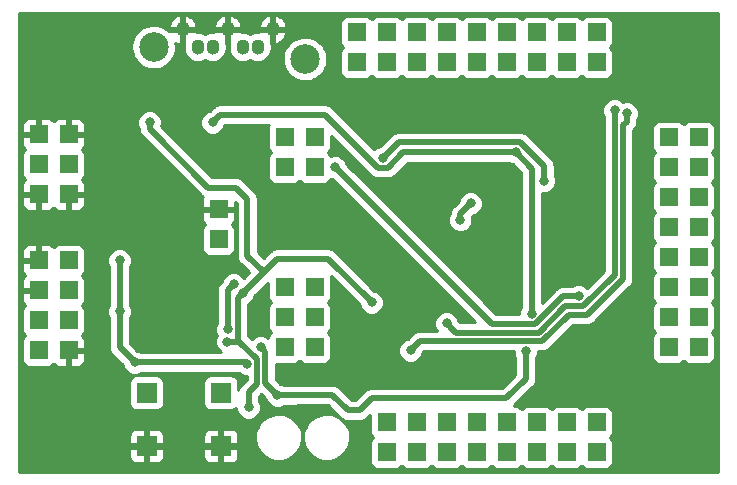
<source format=gbr>
%TF.GenerationSoftware,KiCad,Pcbnew,6.0.4-6f826c9f35~116~ubuntu20.04.1*%
%TF.CreationDate,2022-04-06T12:55:40+00:00*%
%TF.ProjectId,PROGLOG01A,50524f47-4c4f-4473-9031-412e6b696361,REV*%
%TF.SameCoordinates,Original*%
%TF.FileFunction,Copper,L1,Top*%
%TF.FilePolarity,Positive*%
%FSLAX46Y46*%
G04 Gerber Fmt 4.6, Leading zero omitted, Abs format (unit mm)*
G04 Created by KiCad (PCBNEW 6.0.4-6f826c9f35~116~ubuntu20.04.1) date 2022-04-06 12:55:40*
%MOMM*%
%LPD*%
G01*
G04 APERTURE LIST*
%TA.AperFunction,ComponentPad*%
%ADD10R,1.524000X1.524000*%
%TD*%
%TA.AperFunction,ComponentPad*%
%ADD11C,6.000000*%
%TD*%
%TA.AperFunction,ComponentPad*%
%ADD12R,1.676400X1.676400*%
%TD*%
%TA.AperFunction,ComponentPad*%
%ADD13O,1.100000X1.300000*%
%TD*%
%TA.AperFunction,ComponentPad*%
%ADD14C,2.500000*%
%TD*%
%TA.AperFunction,ViaPad*%
%ADD15C,0.800000*%
%TD*%
%TA.AperFunction,Conductor*%
%ADD16C,0.500000*%
%TD*%
%TA.AperFunction,Conductor*%
%ADD17C,0.254000*%
%TD*%
G04 APERTURE END LIST*
D10*
%TO.P,J23,1*%
%TO.N,/IOT_50b*%
X204470000Y-103886000D03*
%TO.P,J23,2*%
X204470000Y-106426000D03*
%TD*%
%TO.P,J21,1*%
%TO.N,/IOT_48b*%
X199390000Y-103886000D03*
%TO.P,J21,2*%
X199390000Y-106426000D03*
%TD*%
%TO.P,J1,1*%
%TO.N,GND*%
X159766000Y-112522000D03*
%TO.P,J1,2*%
X162306000Y-112522000D03*
%TO.P,J1,3*%
%TO.N,+3V3*%
X159766000Y-115062000D03*
%TO.P,J1,4*%
X162306000Y-115062000D03*
%TO.P,J1,5*%
%TO.N,GND*%
X159766000Y-117602000D03*
%TO.P,J1,6*%
X162306000Y-117602000D03*
%TD*%
%TO.P,J18,1*%
%TO.N,/IOT_44b*%
X194310000Y-103886000D03*
%TO.P,J18,2*%
X194310000Y-106426000D03*
%TD*%
%TO.P,J25,1*%
%TO.N,/RGB0*%
X207010000Y-103886000D03*
%TO.P,J25,2*%
X207010000Y-106426000D03*
%TD*%
%TO.P,J24,1*%
%TO.N,/IOT_51a*%
X213106000Y-112776000D03*
%TO.P,J24,2*%
X215646000Y-112776000D03*
%TD*%
%TO.P,J16,1*%
%TO.N,/IOT_42b*%
X189230000Y-103886000D03*
%TO.P,J16,2*%
X189230000Y-106426000D03*
%TD*%
%TO.P,J6,1*%
%TO.N,/IOB_16a*%
X199390000Y-136906000D03*
%TO.P,J6,2*%
X199390000Y-139446000D03*
%TD*%
%TO.P,J20,1*%
%TO.N,/IOT_46b_G0*%
X196850000Y-103886000D03*
%TO.P,J20,2*%
X196850000Y-106426000D03*
%TD*%
D11*
%TO.P,M4,1*%
%TO.N,GND*%
X162306000Y-136906000D03*
%TD*%
D10*
%TO.P,J4,1*%
%TO.N,GND*%
X159766000Y-123190000D03*
%TO.P,J4,2*%
%TO.N,/SPI_SS*%
X162306000Y-123190000D03*
%TO.P,J4,3*%
%TO.N,GND*%
X159766000Y-125730000D03*
%TO.P,J4,4*%
%TO.N,/SPI_SI*%
X162306000Y-125730000D03*
%TO.P,J4,5*%
%TO.N,/SPI_SCK*%
X159766000Y-128270000D03*
%TO.P,J4,6*%
%TO.N,/SPI_SO*%
X162306000Y-128270000D03*
%TO.P,J4,7*%
%TO.N,/NRESET*%
X159766000Y-130810000D03*
%TO.P,J4,8*%
%TO.N,GND*%
X162306000Y-130810000D03*
%TD*%
%TO.P,J5,1*%
%TO.N,/IOB_13b*%
X201930000Y-136906000D03*
%TO.P,J5,2*%
X201930000Y-139446000D03*
%TD*%
D12*
%TO.P,SW1,1*%
%TO.N,/NRESET*%
X175209600Y-134402000D03*
X168909600Y-134402000D03*
%TO.P,SW1,2*%
%TO.N,GND*%
X175209600Y-138902000D03*
X168909600Y-138902000D03*
%TD*%
D10*
%TO.P,J31,1*%
%TO.N,/IOB_5b*%
X213106000Y-120396000D03*
%TO.P,J31,2*%
X215646000Y-120396000D03*
%TD*%
%TO.P,J29,1*%
%TO.N,/IOB_3b_G6*%
X213106000Y-117856000D03*
%TO.P,J29,2*%
X215646000Y-117856000D03*
%TD*%
%TO.P,J27,1*%
%TO.N,/IOB_0a*%
X213106000Y-122936000D03*
%TO.P,J27,2*%
X215646000Y-122936000D03*
%TD*%
%TO.P,J19,1*%
%TO.N,/IOT_45a_G1*%
X201930000Y-103886000D03*
%TO.P,J19,2*%
X201930000Y-106426000D03*
%TD*%
%TO.P,J28,1*%
%TO.N,/IOB_2a*%
X213106000Y-125476000D03*
%TO.P,J28,2*%
X215646000Y-125476000D03*
%TD*%
%TO.P,J30,1*%
%TO.N,/IOB_4a*%
X213106000Y-128016000D03*
%TO.P,J30,2*%
X215646000Y-128016000D03*
%TD*%
%TO.P,J7,1*%
%TO.N,/IOB_18a*%
X196850000Y-136906000D03*
%TO.P,J7,2*%
X196850000Y-139446000D03*
%TD*%
D11*
%TO.P,M2,1*%
%TO.N,GND*%
X213106000Y-106426000D03*
%TD*%
%TO.P,M1,1*%
%TO.N,GND*%
X213106000Y-136906000D03*
%TD*%
D10*
%TO.P,J2,1*%
%TO.N,Net-(J2-Pad1)*%
X175006000Y-121412000D03*
%TO.P,J2,2*%
%TO.N,GND*%
X175006000Y-118872000D03*
%TD*%
%TO.P,J34,1*%
%TO.N,/IOB_9b*%
X207010000Y-136906000D03*
%TO.P,J34,2*%
X207010000Y-139446000D03*
%TD*%
%TO.P,J32,1*%
%TO.N,/IOB_6a*%
X213106000Y-130556000D03*
%TO.P,J32,2*%
X215646000Y-130556000D03*
%TD*%
%TO.P,J13,1*%
%TO.N,/IOB_29b*%
X180594000Y-128016000D03*
%TO.P,J13,2*%
X183134000Y-128016000D03*
%TD*%
%TO.P,J11,1*%
%TO.N,/IOB_24a*%
X189230000Y-136906000D03*
%TO.P,J11,2*%
X189230000Y-139446000D03*
%TD*%
%TO.P,J14,1*%
%TO.N,/IOB_31b*%
X183134000Y-130556000D03*
%TO.P,J14,2*%
X180594000Y-130556000D03*
%TD*%
%TO.P,J15,1*%
%TO.N,/IOT_41a*%
X186690000Y-103886000D03*
%TO.P,J15,2*%
X186690000Y-106426000D03*
%TD*%
%TO.P,J22,1*%
%TO.N,/IOT_49a*%
X213106000Y-115316000D03*
%TO.P,J22,2*%
X215646000Y-115316000D03*
%TD*%
%TO.P,J33,1*%
%TO.N,/IOB_8a*%
X204470000Y-136906000D03*
%TO.P,J33,2*%
X204470000Y-139446000D03*
%TD*%
%TO.P,J17,1*%
%TO.N,/IOT_43a*%
X191770000Y-103886000D03*
%TO.P,J17,2*%
X191770000Y-106426000D03*
%TD*%
%TO.P,J8,1*%
%TO.N,/IOB_20a*%
X194310000Y-136906000D03*
%TO.P,J8,2*%
X194310000Y-139446000D03*
%TD*%
%TO.P,J9,1*%
%TO.N,/IOB_22b*%
X191770000Y-136906000D03*
%TO.P,J9,2*%
X191770000Y-139446000D03*
%TD*%
D13*
%TO.P,J26,1*%
%TO.N,GND*%
X171958000Y-103632000D03*
%TO.P,J26,2*%
%TO.N,/SATA_1P*%
X173228000Y-105132000D03*
%TO.P,J26,3*%
%TO.N,/SATA_1N*%
X174498000Y-105132000D03*
%TO.P,J26,4*%
%TO.N,GND*%
X175768000Y-103632000D03*
%TO.P,J26,5*%
%TO.N,/SATA_2P*%
X177038000Y-105132000D03*
%TO.P,J26,6*%
%TO.N,/SATA_2N*%
X178308000Y-105132000D03*
%TO.P,J26,7*%
%TO.N,GND*%
X179578000Y-103632000D03*
D14*
%TO.P,J26,8*%
%TO.N,N/C*%
X182328000Y-106132000D03*
%TO.P,J26,9*%
X169498000Y-105132000D03*
%TD*%
D11*
%TO.P,M3,1*%
%TO.N,GND*%
X162306000Y-106426000D03*
%TD*%
D10*
%TO.P,J10,1*%
%TO.N,/IOB_23b*%
X180594000Y-125476000D03*
%TO.P,J10,2*%
X183134000Y-125476000D03*
%TD*%
%TO.P,J3,1*%
%TO.N,/VCCIO_0*%
X180594000Y-112776000D03*
%TO.P,J3,2*%
X183134000Y-112776000D03*
%TO.P,J3,3*%
%TO.N,/VCCIO_2*%
X180594000Y-115316000D03*
%TO.P,J3,4*%
X183134000Y-115316000D03*
%TD*%
D15*
%TO.N,+3V3*%
X175755300Y-130060700D03*
X169164000Y-111506000D03*
X187960000Y-126746000D03*
X177546000Y-135636000D03*
X177038000Y-125984000D03*
%TO.N,GND*%
X167132000Y-109220000D03*
X166573200Y-121361200D03*
X199136000Y-122936000D03*
X199136000Y-121412000D03*
X184759600Y-106781600D03*
X182626000Y-120269000D03*
X199136000Y-119888000D03*
X192595500Y-121285000D03*
X165100000Y-127254000D03*
X178206400Y-108127800D03*
X209503219Y-129163019D03*
X159004000Y-120396000D03*
X203200000Y-119888000D03*
X208838800Y-132943600D03*
X203200000Y-135001000D03*
X162560000Y-120396000D03*
X189992000Y-116382800D03*
X184912000Y-121666000D03*
X167589200Y-111480600D03*
X181356000Y-118872000D03*
X203200000Y-122936000D03*
X192278000Y-111760000D03*
X203200000Y-121412000D03*
X185064400Y-126644400D03*
X160528000Y-120396000D03*
X211175600Y-110794800D03*
X178308000Y-126619000D03*
X173101000Y-120167400D03*
X168656000Y-109220000D03*
X170180000Y-109220000D03*
%TO.N,+1V2*%
X201513459Y-127726460D03*
X200152000Y-114046000D03*
X174498000Y-111506000D03*
%TO.N,/VCCIO_1*%
X196342000Y-118364000D03*
X195467103Y-119765797D03*
%TO.N,/VCCIO_2*%
X184861200Y-115316000D03*
X205486000Y-126238000D03*
%TO.N,/NRESET*%
X179980358Y-134620000D03*
X178562000Y-130556000D03*
X201015600Y-130862021D03*
%TO.N,/SPI_SS*%
X166624000Y-127508000D03*
X166624000Y-123190000D03*
X167894000Y-131826000D03*
X177414347Y-131957653D03*
%TO.N,/VCCIO_0*%
X202566801Y-116433600D03*
X188925200Y-114517000D03*
%TO.N,/RGB1*%
X194310000Y-128524000D03*
X208534000Y-110490000D03*
%TO.N,Net-(J2-Pad1)*%
X176276000Y-125222000D03*
X175768000Y-129032000D03*
%TO.N,Net-(D3-Pad1)*%
X191262000Y-130810000D03*
X209550000Y-110744000D03*
%TD*%
D16*
%TO.N,+3V3*%
X176775396Y-130060700D02*
X178264348Y-131549652D01*
X176638001Y-129923305D02*
X176775396Y-130060700D01*
X175755300Y-130060700D02*
X176775396Y-130060700D01*
X179984400Y-123037600D02*
X184251600Y-123037600D01*
X176453800Y-117017800D02*
X177437999Y-118001999D01*
X177038000Y-125984000D02*
X178816000Y-124206000D01*
X176638001Y-126383999D02*
X176638001Y-129923305D01*
X177437999Y-118001999D02*
X177437999Y-122827999D01*
X169164000Y-111506000D02*
X169164000Y-112071685D01*
X177038000Y-125984000D02*
X176638001Y-126383999D01*
X177437999Y-122827999D02*
X178816000Y-124206000D01*
X178264348Y-133647652D02*
X177546000Y-134366000D01*
X174110115Y-117017800D02*
X176453800Y-117017800D01*
X178264348Y-131549652D02*
X178264348Y-133647652D01*
X184251600Y-123037600D02*
X187960000Y-126746000D01*
X177546000Y-135636000D02*
X177546000Y-134366000D01*
X178816000Y-124206000D02*
X179984400Y-123037600D01*
X169164000Y-112071685D02*
X174110115Y-117017800D01*
%TO.N,+1V2*%
X183995798Y-110845600D02*
X175158400Y-110845600D01*
X175158400Y-110845600D02*
X174498000Y-111506000D01*
X201513459Y-115407459D02*
X200152000Y-114046000D01*
X190654202Y-114046000D02*
X189333201Y-115367001D01*
X201513459Y-127726460D02*
X201513459Y-115407459D01*
X189333201Y-115367001D02*
X188517199Y-115367001D01*
X200152000Y-114046000D02*
X190654202Y-114046000D01*
X188517199Y-115367001D02*
X183995798Y-110845600D01*
%TO.N,/VCCIO_1*%
X195467103Y-119765797D02*
X195467103Y-119238897D01*
X195467103Y-119238897D02*
X196342000Y-118364000D01*
X195467103Y-119765797D02*
X195467103Y-119619897D01*
%TO.N,/VCCIO_2*%
X204204002Y-126238000D02*
X201830001Y-128612001D01*
X205486000Y-126238000D02*
X204204002Y-126238000D01*
X201830001Y-128612001D02*
X198157201Y-128612001D01*
X185261199Y-115715999D02*
X184861200Y-115316000D01*
X198157201Y-128612001D02*
X185261199Y-115715999D01*
%TO.N,/NRESET*%
X178964358Y-130958358D02*
X178562000Y-130556000D01*
X187960000Y-134874000D02*
X186944000Y-135890000D01*
X181356000Y-134620000D02*
X179980358Y-134620000D01*
X187960000Y-134874000D02*
X199365210Y-134874000D01*
X181393733Y-134582267D02*
X181356000Y-134620000D01*
X178961999Y-131257340D02*
X178964358Y-131259699D01*
X179980358Y-134620000D02*
X178964358Y-133604000D01*
X178964358Y-133604000D02*
X178964358Y-131259699D01*
X185928000Y-135890000D02*
X184620267Y-134582267D01*
X178964358Y-131259699D02*
X178964358Y-130958358D01*
X184620267Y-134582267D02*
X181393733Y-134582267D01*
X201015600Y-130862021D02*
X201015600Y-133223610D01*
X186944000Y-135890000D02*
X185928000Y-135890000D01*
X201015600Y-133223610D02*
X199365210Y-134874000D01*
%TO.N,/SPI_SS*%
X167894000Y-131826000D02*
X166624000Y-130556000D01*
X177282694Y-131826000D02*
X177414347Y-131957653D01*
X166624000Y-130556000D02*
X166624000Y-123190000D01*
X167894000Y-131826000D02*
X177282694Y-131826000D01*
%TO.N,/VCCIO_0*%
X200560001Y-113195999D02*
X190246201Y-113195999D01*
X202566801Y-116433600D02*
X202566801Y-115202799D01*
X190246201Y-113195999D02*
X188925200Y-114517000D01*
X202566801Y-115202799D02*
X200560001Y-113195999D01*
%TO.N,/RGB1*%
X208534000Y-124448002D02*
X205894001Y-127088001D01*
X195098011Y-129312011D02*
X194709999Y-128923999D01*
X204343963Y-127088001D02*
X202119954Y-129312011D01*
X194709999Y-128923999D02*
X194310000Y-128524000D01*
X202119954Y-129312011D02*
X195098011Y-129312011D01*
X208534000Y-110490000D02*
X208534000Y-124448002D01*
X205894001Y-127088001D02*
X204343963Y-127088001D01*
%TO.N,Net-(J2-Pad1)*%
X175768000Y-125730000D02*
X176276000Y-125222000D01*
X175768000Y-129032000D02*
X175768000Y-125730000D01*
%TO.N,Net-(D3-Pad1)*%
X204633917Y-127788011D02*
X206183954Y-127788011D01*
X192059979Y-130012021D02*
X202409907Y-130012021D01*
X206183954Y-127788011D02*
X209234010Y-124737955D01*
X209550000Y-111444010D02*
X209550000Y-110744000D01*
X209234010Y-111760000D02*
X209550000Y-111444010D01*
X209234010Y-124737955D02*
X209234010Y-111760000D01*
X202409907Y-130012021D02*
X204633917Y-127788011D01*
X191262000Y-130810000D02*
X192059979Y-130012021D01*
%TD*%
%TO.N,GND*%
D17*
X217298001Y-141098000D02*
X158114000Y-141098000D01*
X158114000Y-139030000D01*
X167429563Y-139030000D01*
X167429563Y-139756788D01*
X167510195Y-140057712D01*
X167657585Y-140233365D01*
X167851214Y-140345156D01*
X168060376Y-140382037D01*
X168781600Y-140382037D01*
X168781600Y-139030000D01*
X169037600Y-139030000D01*
X169037600Y-140382037D01*
X169764388Y-140382037D01*
X170065312Y-140301405D01*
X170240965Y-140154015D01*
X170352756Y-139960386D01*
X170389637Y-139751224D01*
X170389637Y-139030000D01*
X173729563Y-139030000D01*
X173729563Y-139756788D01*
X173810195Y-140057712D01*
X173957585Y-140233365D01*
X174151214Y-140345156D01*
X174360376Y-140382037D01*
X175081600Y-140382037D01*
X175081600Y-139030000D01*
X175337600Y-139030000D01*
X175337600Y-140382037D01*
X176064388Y-140382037D01*
X176365312Y-140301405D01*
X176540965Y-140154015D01*
X176652756Y-139960386D01*
X176689637Y-139751224D01*
X176689637Y-139030000D01*
X175337600Y-139030000D01*
X175081600Y-139030000D01*
X173729563Y-139030000D01*
X170389637Y-139030000D01*
X169037600Y-139030000D01*
X168781600Y-139030000D01*
X167429563Y-139030000D01*
X158114000Y-139030000D01*
X158114000Y-138052776D01*
X167429563Y-138052776D01*
X167429563Y-138774000D01*
X168781600Y-138774000D01*
X168781600Y-137421963D01*
X169037600Y-137421963D01*
X169037600Y-138774000D01*
X170389637Y-138774000D01*
X170389637Y-138052776D01*
X173729563Y-138052776D01*
X173729563Y-138774000D01*
X175081600Y-138774000D01*
X175081600Y-137421963D01*
X175337600Y-137421963D01*
X175337600Y-138774000D01*
X176689637Y-138774000D01*
X176689637Y-138120456D01*
X178097475Y-138120456D01*
X178110286Y-138408093D01*
X178164483Y-138690869D01*
X178258935Y-138962859D01*
X178391659Y-139218365D01*
X178559878Y-139452036D01*
X178760067Y-139658976D01*
X178988032Y-139834849D01*
X179238997Y-139975973D01*
X179507706Y-140079389D01*
X179788529Y-140142933D01*
X180075584Y-140165272D01*
X180362857Y-140145941D01*
X180644330Y-140085341D01*
X180914107Y-139984744D01*
X181166537Y-139846256D01*
X181396331Y-139672780D01*
X181598676Y-139467948D01*
X181769333Y-139236051D01*
X181904726Y-138981948D01*
X182002020Y-138710962D01*
X182059517Y-138427088D01*
X182068081Y-138120456D01*
X182161475Y-138120456D01*
X182174286Y-138408093D01*
X182228483Y-138690869D01*
X182322935Y-138962859D01*
X182455659Y-139218365D01*
X182623878Y-139452036D01*
X182824067Y-139658976D01*
X183052032Y-139834849D01*
X183302997Y-139975973D01*
X183571706Y-140079389D01*
X183852529Y-140142933D01*
X184139584Y-140165272D01*
X184426857Y-140145941D01*
X184708330Y-140085341D01*
X184978107Y-139984744D01*
X185230537Y-139846256D01*
X185460331Y-139672780D01*
X185662676Y-139467948D01*
X185833333Y-139236051D01*
X185968726Y-138981948D01*
X186066020Y-138710962D01*
X186123517Y-138427088D01*
X186134455Y-138035467D01*
X186092894Y-137748827D01*
X186010879Y-137472832D01*
X185889881Y-137211568D01*
X185732435Y-136970507D01*
X185541840Y-136754700D01*
X185322089Y-136568666D01*
X185077783Y-136416303D01*
X184814042Y-136300803D01*
X184536391Y-136224586D01*
X184250644Y-136189248D01*
X183962790Y-136195528D01*
X183678858Y-136243297D01*
X183404795Y-136331553D01*
X183146343Y-136458447D01*
X182908917Y-136621321D01*
X182697488Y-136816763D01*
X182516487Y-137040679D01*
X182369707Y-137288379D01*
X182260221Y-137554672D01*
X182190322Y-137833981D01*
X182161475Y-138120456D01*
X182068081Y-138120456D01*
X182070455Y-138035467D01*
X182028894Y-137748827D01*
X181946879Y-137472832D01*
X181825881Y-137211568D01*
X181668435Y-136970507D01*
X181477840Y-136754700D01*
X181258089Y-136568666D01*
X181013783Y-136416303D01*
X180750042Y-136300803D01*
X180472391Y-136224586D01*
X180186644Y-136189248D01*
X179898790Y-136195528D01*
X179614858Y-136243297D01*
X179340795Y-136331553D01*
X179082343Y-136458447D01*
X178844917Y-136621321D01*
X178633488Y-136816763D01*
X178452487Y-137040679D01*
X178305707Y-137288379D01*
X178196221Y-137554672D01*
X178126322Y-137833981D01*
X178097475Y-138120456D01*
X176689637Y-138120456D01*
X176689637Y-138047212D01*
X176609005Y-137746289D01*
X176461615Y-137570635D01*
X176267986Y-137458844D01*
X176058824Y-137421963D01*
X175337600Y-137421963D01*
X175081600Y-137421963D01*
X174354812Y-137421963D01*
X174053889Y-137502595D01*
X173878235Y-137649985D01*
X173766444Y-137843614D01*
X173729563Y-138052776D01*
X170389637Y-138052776D01*
X170389637Y-138047212D01*
X170309005Y-137746289D01*
X170161615Y-137570635D01*
X169967986Y-137458844D01*
X169758824Y-137421963D01*
X169037600Y-137421963D01*
X168781600Y-137421963D01*
X168054812Y-137421963D01*
X167753889Y-137502595D01*
X167578235Y-137649985D01*
X167466444Y-137843614D01*
X167429563Y-138052776D01*
X158114000Y-138052776D01*
X158114000Y-133552776D01*
X167429563Y-133552776D01*
X167429563Y-135256788D01*
X167510195Y-135557712D01*
X167657585Y-135733365D01*
X167851214Y-135845156D01*
X168060376Y-135882037D01*
X169764388Y-135882037D01*
X170065312Y-135801405D01*
X170240965Y-135654015D01*
X170352756Y-135460386D01*
X170389637Y-135251224D01*
X170389637Y-133547212D01*
X170309005Y-133246289D01*
X170161615Y-133070635D01*
X169967986Y-132958844D01*
X169758824Y-132921963D01*
X168054812Y-132921963D01*
X167753889Y-133002595D01*
X167578235Y-133149985D01*
X167466444Y-133343614D01*
X167429563Y-133552776D01*
X158114000Y-133552776D01*
X158114000Y-123318000D01*
X158362163Y-123318000D01*
X158362163Y-123968588D01*
X158442795Y-124269512D01*
X158590185Y-124445165D01*
X158620146Y-124462463D01*
X158510835Y-124554185D01*
X158399044Y-124747814D01*
X158362163Y-124956976D01*
X158362163Y-125602000D01*
X159894000Y-125602000D01*
X159894000Y-125858000D01*
X158362163Y-125858000D01*
X158362163Y-126508588D01*
X158442795Y-126809512D01*
X158590185Y-126985165D01*
X158620146Y-127002463D01*
X158510835Y-127094185D01*
X158399044Y-127287814D01*
X158362163Y-127496976D01*
X158362163Y-129048588D01*
X158442795Y-129349512D01*
X158590185Y-129525165D01*
X158620146Y-129542463D01*
X158510835Y-129634185D01*
X158399044Y-129827814D01*
X158362163Y-130036976D01*
X158362163Y-131588588D01*
X158442795Y-131889512D01*
X158590185Y-132065165D01*
X158783814Y-132176956D01*
X158992976Y-132213837D01*
X160544588Y-132213837D01*
X160845512Y-132133205D01*
X161021165Y-131985815D01*
X161038463Y-131955854D01*
X161130185Y-132065165D01*
X161323814Y-132176956D01*
X161532976Y-132213837D01*
X162178000Y-132213837D01*
X162178000Y-130938000D01*
X162434000Y-130938000D01*
X162434000Y-132213837D01*
X163084588Y-132213837D01*
X163385512Y-132133205D01*
X163561165Y-131985815D01*
X163672956Y-131792186D01*
X163709837Y-131583024D01*
X163709837Y-130938000D01*
X162434000Y-130938000D01*
X162178000Y-130938000D01*
X162178000Y-130682000D01*
X163709837Y-130682000D01*
X163709837Y-130031412D01*
X163629205Y-129730489D01*
X163481815Y-129554835D01*
X163451854Y-129537537D01*
X163561165Y-129445815D01*
X163672956Y-129252186D01*
X163709837Y-129043024D01*
X163709837Y-127491412D01*
X163629205Y-127190489D01*
X163481815Y-127014835D01*
X163451854Y-126997537D01*
X163561165Y-126905815D01*
X163672956Y-126712186D01*
X163709837Y-126503024D01*
X163709837Y-124951412D01*
X163629205Y-124650489D01*
X163481815Y-124474835D01*
X163451854Y-124457537D01*
X163561165Y-124365815D01*
X163672956Y-124172186D01*
X163709837Y-123963024D01*
X163709837Y-123053872D01*
X165590000Y-123053872D01*
X165590000Y-123326128D01*
X165660466Y-123589109D01*
X165740001Y-123726868D01*
X165740000Y-126971133D01*
X165660466Y-127108891D01*
X165590000Y-127371872D01*
X165590000Y-127644128D01*
X165660466Y-127907109D01*
X165740000Y-128044867D01*
X165740000Y-130456970D01*
X165733798Y-130484377D01*
X165740000Y-130584339D01*
X165740000Y-130619399D01*
X165743837Y-130646190D01*
X165749477Y-130737105D01*
X165761709Y-130770986D01*
X165766818Y-130806656D01*
X165804529Y-130889601D01*
X165835592Y-130975645D01*
X165856498Y-131003898D01*
X165871623Y-131037163D01*
X165938822Y-131115152D01*
X165955421Y-131137585D01*
X165975147Y-131157310D01*
X166036911Y-131228992D01*
X166065095Y-131247259D01*
X166889295Y-132071460D01*
X166930466Y-132225109D01*
X167066594Y-132460891D01*
X167259109Y-132653406D01*
X167494891Y-132789534D01*
X167757872Y-132860000D01*
X168030128Y-132860000D01*
X168293109Y-132789534D01*
X168430867Y-132710000D01*
X176704398Y-132710000D01*
X176779456Y-132785059D01*
X177015238Y-132921187D01*
X177278219Y-132991653D01*
X177380349Y-132991653D01*
X177380349Y-133281486D01*
X176990946Y-133670890D01*
X176967179Y-133685886D01*
X176900867Y-133760970D01*
X176876089Y-133785747D01*
X176859862Y-133807399D01*
X176799559Y-133875679D01*
X176784249Y-133908288D01*
X176762639Y-133937123D01*
X176730654Y-134022441D01*
X176691778Y-134105246D01*
X176689637Y-134119572D01*
X176689637Y-133547212D01*
X176609005Y-133246289D01*
X176461615Y-133070635D01*
X176267986Y-132958844D01*
X176058824Y-132921963D01*
X174354812Y-132921963D01*
X174053889Y-133002595D01*
X173878235Y-133149985D01*
X173766444Y-133343614D01*
X173729563Y-133552776D01*
X173729563Y-135256788D01*
X173810195Y-135557712D01*
X173957585Y-135733365D01*
X174151214Y-135845156D01*
X174360376Y-135882037D01*
X176064388Y-135882037D01*
X176365312Y-135801405D01*
X176512000Y-135678319D01*
X176512000Y-135772128D01*
X176582466Y-136035109D01*
X176718594Y-136270891D01*
X176911109Y-136463406D01*
X177146891Y-136599534D01*
X177409872Y-136670000D01*
X177682128Y-136670000D01*
X177945109Y-136599534D01*
X178180891Y-136463406D01*
X178373406Y-136270891D01*
X178509534Y-136035109D01*
X178580000Y-135772128D01*
X178580000Y-135499872D01*
X178509534Y-135236891D01*
X178430000Y-135099133D01*
X178430000Y-134732163D01*
X178636178Y-134525985D01*
X178975653Y-134865460D01*
X179016824Y-135019109D01*
X179152952Y-135254891D01*
X179345467Y-135447406D01*
X179581249Y-135583534D01*
X179844230Y-135654000D01*
X180116486Y-135654000D01*
X180379467Y-135583534D01*
X180517225Y-135504000D01*
X181256970Y-135504000D01*
X181284377Y-135510202D01*
X181384338Y-135504000D01*
X181419400Y-135504000D01*
X181446192Y-135500163D01*
X181537105Y-135494523D01*
X181570985Y-135482291D01*
X181606657Y-135477183D01*
X181630665Y-135466267D01*
X184254104Y-135466267D01*
X185232887Y-136445050D01*
X185247886Y-136468822D01*
X185322979Y-136535142D01*
X185347749Y-136559913D01*
X185369392Y-136576132D01*
X185437680Y-136636443D01*
X185470292Y-136651754D01*
X185499122Y-136673361D01*
X185584424Y-136705338D01*
X185667244Y-136744222D01*
X185702006Y-136749418D01*
X185736224Y-136762245D01*
X185838885Y-136769875D01*
X185866487Y-136774000D01*
X185894395Y-136774000D01*
X185988742Y-136781011D01*
X186021586Y-136774000D01*
X186844970Y-136774000D01*
X186872377Y-136780202D01*
X186972338Y-136774000D01*
X187007400Y-136774000D01*
X187034192Y-136770163D01*
X187125105Y-136764523D01*
X187158985Y-136752291D01*
X187194657Y-136747183D01*
X187277603Y-136709470D01*
X187363643Y-136678409D01*
X187391895Y-136657504D01*
X187425166Y-136642376D01*
X187503157Y-136575174D01*
X187525584Y-136558579D01*
X187545308Y-136538855D01*
X187616992Y-136477088D01*
X187635261Y-136448902D01*
X187826163Y-136258000D01*
X187826163Y-137684588D01*
X187906795Y-137985512D01*
X188054185Y-138161165D01*
X188084146Y-138178463D01*
X187974835Y-138270185D01*
X187863044Y-138463814D01*
X187826163Y-138672976D01*
X187826163Y-140224588D01*
X187906795Y-140525512D01*
X188054185Y-140701165D01*
X188247814Y-140812956D01*
X188456976Y-140849837D01*
X190008588Y-140849837D01*
X190309512Y-140769205D01*
X190485165Y-140621815D01*
X190502463Y-140591854D01*
X190594185Y-140701165D01*
X190787814Y-140812956D01*
X190996976Y-140849837D01*
X192548588Y-140849837D01*
X192849512Y-140769205D01*
X193025165Y-140621815D01*
X193042463Y-140591854D01*
X193134185Y-140701165D01*
X193327814Y-140812956D01*
X193536976Y-140849837D01*
X195088588Y-140849837D01*
X195389512Y-140769205D01*
X195565165Y-140621815D01*
X195582463Y-140591854D01*
X195674185Y-140701165D01*
X195867814Y-140812956D01*
X196076976Y-140849837D01*
X197628588Y-140849837D01*
X197929512Y-140769205D01*
X198105165Y-140621815D01*
X198122463Y-140591854D01*
X198214185Y-140701165D01*
X198407814Y-140812956D01*
X198616976Y-140849837D01*
X200168588Y-140849837D01*
X200469512Y-140769205D01*
X200645165Y-140621815D01*
X200662463Y-140591854D01*
X200754185Y-140701165D01*
X200947814Y-140812956D01*
X201156976Y-140849837D01*
X202708588Y-140849837D01*
X203009512Y-140769205D01*
X203185165Y-140621815D01*
X203202463Y-140591854D01*
X203294185Y-140701165D01*
X203487814Y-140812956D01*
X203696976Y-140849837D01*
X205248588Y-140849837D01*
X205549512Y-140769205D01*
X205725165Y-140621815D01*
X205742463Y-140591854D01*
X205834185Y-140701165D01*
X206027814Y-140812956D01*
X206236976Y-140849837D01*
X207788588Y-140849837D01*
X208089512Y-140769205D01*
X208265165Y-140621815D01*
X208376956Y-140428186D01*
X208413837Y-140219024D01*
X208413837Y-138667412D01*
X208333205Y-138366489D01*
X208185815Y-138190835D01*
X208155854Y-138173537D01*
X208265165Y-138081815D01*
X208376956Y-137888186D01*
X208413837Y-137679024D01*
X208413837Y-136127412D01*
X208333205Y-135826489D01*
X208185815Y-135650835D01*
X207992186Y-135539044D01*
X207783024Y-135502163D01*
X206231412Y-135502163D01*
X205930489Y-135582795D01*
X205754835Y-135730185D01*
X205737537Y-135760146D01*
X205645815Y-135650835D01*
X205452186Y-135539044D01*
X205243024Y-135502163D01*
X203691412Y-135502163D01*
X203390489Y-135582795D01*
X203214835Y-135730185D01*
X203197537Y-135760146D01*
X203105815Y-135650835D01*
X202912186Y-135539044D01*
X202703024Y-135502163D01*
X201151412Y-135502163D01*
X200850489Y-135582795D01*
X200674835Y-135730185D01*
X200657537Y-135760146D01*
X200565815Y-135650835D01*
X200372186Y-135539044D01*
X200163024Y-135502163D01*
X199990532Y-135502163D01*
X200038202Y-135461088D01*
X200056471Y-135432902D01*
X201570653Y-133918721D01*
X201594422Y-133903724D01*
X201660734Y-133828640D01*
X201685512Y-133803863D01*
X201701739Y-133782211D01*
X201762042Y-133713930D01*
X201777352Y-133681322D01*
X201798961Y-133652489D01*
X201830942Y-133567178D01*
X201869822Y-133484366D01*
X201875018Y-133449604D01*
X201887845Y-133415386D01*
X201895475Y-133312725D01*
X201899600Y-133285123D01*
X201899600Y-133257215D01*
X201906611Y-133162868D01*
X201899600Y-133130024D01*
X201899600Y-131398888D01*
X201979134Y-131261130D01*
X202049600Y-130998149D01*
X202049600Y-130896021D01*
X202310877Y-130896021D01*
X202338284Y-130902223D01*
X202438245Y-130896021D01*
X202473307Y-130896021D01*
X202500099Y-130892184D01*
X202591012Y-130886544D01*
X202624892Y-130874312D01*
X202660564Y-130869204D01*
X202743510Y-130831491D01*
X202829550Y-130800430D01*
X202857802Y-130779525D01*
X202891073Y-130764397D01*
X202969064Y-130697195D01*
X202991491Y-130680600D01*
X203011215Y-130660876D01*
X203082899Y-130599109D01*
X203101168Y-130570923D01*
X205000081Y-128672011D01*
X206084924Y-128672011D01*
X206112331Y-128678213D01*
X206212292Y-128672011D01*
X206247354Y-128672011D01*
X206274146Y-128668174D01*
X206365059Y-128662534D01*
X206398939Y-128650302D01*
X206434611Y-128645194D01*
X206517557Y-128607481D01*
X206603597Y-128576420D01*
X206631849Y-128555515D01*
X206665120Y-128540387D01*
X206743111Y-128473185D01*
X206765538Y-128456590D01*
X206785262Y-128436866D01*
X206856946Y-128375099D01*
X206875215Y-128346913D01*
X209789065Y-125433064D01*
X209812831Y-125418069D01*
X209879139Y-125342990D01*
X209903923Y-125318207D01*
X209920154Y-125296550D01*
X209980452Y-125228276D01*
X209995763Y-125195663D01*
X210017371Y-125166832D01*
X210049348Y-125081531D01*
X210088232Y-124998711D01*
X210093428Y-124963949D01*
X210106255Y-124929731D01*
X210113885Y-124827070D01*
X210118010Y-124799468D01*
X210118010Y-124771560D01*
X210125021Y-124677213D01*
X210118010Y-124644369D01*
X210118010Y-112130945D01*
X210128821Y-112124124D01*
X210195137Y-112049036D01*
X210219913Y-112024261D01*
X210235864Y-112002976D01*
X211702163Y-112002976D01*
X211702163Y-113554588D01*
X211782795Y-113855512D01*
X211930185Y-114031165D01*
X211960146Y-114048463D01*
X211850835Y-114140185D01*
X211739044Y-114333814D01*
X211702163Y-114542976D01*
X211702163Y-116094588D01*
X211782795Y-116395512D01*
X211930185Y-116571165D01*
X211960146Y-116588463D01*
X211850835Y-116680185D01*
X211739044Y-116873814D01*
X211702163Y-117082976D01*
X211702163Y-118634588D01*
X211782795Y-118935512D01*
X211930185Y-119111165D01*
X211960146Y-119128463D01*
X211850835Y-119220185D01*
X211739044Y-119413814D01*
X211702163Y-119622976D01*
X211702163Y-121174588D01*
X211782795Y-121475512D01*
X211930185Y-121651165D01*
X211960146Y-121668463D01*
X211850835Y-121760185D01*
X211739044Y-121953814D01*
X211702163Y-122162976D01*
X211702163Y-123714588D01*
X211782795Y-124015512D01*
X211930185Y-124191165D01*
X211960146Y-124208463D01*
X211850835Y-124300185D01*
X211739044Y-124493814D01*
X211702163Y-124702976D01*
X211702163Y-126254588D01*
X211782795Y-126555512D01*
X211930185Y-126731165D01*
X211960146Y-126748463D01*
X211850835Y-126840185D01*
X211739044Y-127033814D01*
X211702163Y-127242976D01*
X211702163Y-128794588D01*
X211782795Y-129095512D01*
X211930185Y-129271165D01*
X211960146Y-129288463D01*
X211850835Y-129380185D01*
X211739044Y-129573814D01*
X211702163Y-129782976D01*
X211702163Y-131334588D01*
X211782795Y-131635512D01*
X211930185Y-131811165D01*
X212123814Y-131922956D01*
X212332976Y-131959837D01*
X213884588Y-131959837D01*
X214185512Y-131879205D01*
X214361165Y-131731815D01*
X214378463Y-131701854D01*
X214470185Y-131811165D01*
X214663814Y-131922956D01*
X214872976Y-131959837D01*
X216424588Y-131959837D01*
X216725512Y-131879205D01*
X216901165Y-131731815D01*
X217012956Y-131538186D01*
X217049837Y-131329024D01*
X217049837Y-129777412D01*
X216969205Y-129476489D01*
X216821815Y-129300835D01*
X216791854Y-129283537D01*
X216901165Y-129191815D01*
X217012956Y-128998186D01*
X217049837Y-128789024D01*
X217049837Y-127237412D01*
X216969205Y-126936489D01*
X216821815Y-126760835D01*
X216791854Y-126743537D01*
X216901165Y-126651815D01*
X217012956Y-126458186D01*
X217049837Y-126249024D01*
X217049837Y-124697412D01*
X216969205Y-124396489D01*
X216821815Y-124220835D01*
X216791854Y-124203537D01*
X216901165Y-124111815D01*
X217012956Y-123918186D01*
X217049837Y-123709024D01*
X217049837Y-122157412D01*
X216969205Y-121856489D01*
X216821815Y-121680835D01*
X216791854Y-121663537D01*
X216901165Y-121571815D01*
X217012956Y-121378186D01*
X217049837Y-121169024D01*
X217049837Y-119617412D01*
X216969205Y-119316489D01*
X216821815Y-119140835D01*
X216791854Y-119123537D01*
X216901165Y-119031815D01*
X217012956Y-118838186D01*
X217049837Y-118629024D01*
X217049837Y-117077412D01*
X216969205Y-116776489D01*
X216821815Y-116600835D01*
X216791854Y-116583537D01*
X216901165Y-116491815D01*
X217012956Y-116298186D01*
X217049837Y-116089024D01*
X217049837Y-114537412D01*
X216969205Y-114236489D01*
X216821815Y-114060835D01*
X216791854Y-114043537D01*
X216901165Y-113951815D01*
X217012956Y-113758186D01*
X217049837Y-113549024D01*
X217049837Y-111997412D01*
X216969205Y-111696489D01*
X216821815Y-111520835D01*
X216628186Y-111409044D01*
X216419024Y-111372163D01*
X214867412Y-111372163D01*
X214566489Y-111452795D01*
X214390835Y-111600185D01*
X214373537Y-111630146D01*
X214281815Y-111520835D01*
X214088186Y-111409044D01*
X213879024Y-111372163D01*
X212327412Y-111372163D01*
X212026489Y-111452795D01*
X211850835Y-111600185D01*
X211739044Y-111793814D01*
X211702163Y-112002976D01*
X210235864Y-112002976D01*
X210236140Y-112002609D01*
X210296443Y-111934331D01*
X210311754Y-111901717D01*
X210333361Y-111872888D01*
X210365338Y-111787586D01*
X210404222Y-111704766D01*
X210409418Y-111670004D01*
X210422245Y-111635786D01*
X210429875Y-111533125D01*
X210434000Y-111505523D01*
X210434000Y-111477615D01*
X210441011Y-111383268D01*
X210434000Y-111350424D01*
X210434000Y-111280867D01*
X210513534Y-111143109D01*
X210584000Y-110880128D01*
X210584000Y-110607872D01*
X210513534Y-110344891D01*
X210377406Y-110109109D01*
X210184891Y-109916594D01*
X209949109Y-109780466D01*
X209686128Y-109710000D01*
X209413872Y-109710000D01*
X209258049Y-109751752D01*
X209168891Y-109662594D01*
X208933109Y-109526466D01*
X208670128Y-109456000D01*
X208397872Y-109456000D01*
X208134891Y-109526466D01*
X207899109Y-109662594D01*
X207706594Y-109855109D01*
X207570466Y-110090891D01*
X207500000Y-110353872D01*
X207500000Y-110626128D01*
X207570466Y-110889109D01*
X207650000Y-111026867D01*
X207650001Y-124081837D01*
X206221068Y-125510771D01*
X206120891Y-125410594D01*
X205885109Y-125274466D01*
X205622128Y-125204000D01*
X205349872Y-125204000D01*
X205086891Y-125274466D01*
X204949133Y-125354000D01*
X204303032Y-125354000D01*
X204275625Y-125347798D01*
X204175663Y-125354000D01*
X204140602Y-125354000D01*
X204113810Y-125357837D01*
X204022896Y-125363477D01*
X203989015Y-125375709D01*
X203953345Y-125380818D01*
X203870400Y-125418529D01*
X203784356Y-125449592D01*
X203756104Y-125470498D01*
X203722838Y-125485622D01*
X203644852Y-125552819D01*
X203622415Y-125569422D01*
X203602686Y-125589152D01*
X203531010Y-125650912D01*
X203512743Y-125679095D01*
X202397459Y-126794380D01*
X202397459Y-117458700D01*
X202430673Y-117467600D01*
X202702929Y-117467600D01*
X202965910Y-117397134D01*
X203201692Y-117261006D01*
X203394207Y-117068491D01*
X203530335Y-116832709D01*
X203600801Y-116569728D01*
X203600801Y-116297472D01*
X203530335Y-116034491D01*
X203450801Y-115896733D01*
X203450801Y-115301829D01*
X203457003Y-115274422D01*
X203450801Y-115174460D01*
X203450801Y-115139399D01*
X203446964Y-115112607D01*
X203441324Y-115021693D01*
X203429092Y-114987812D01*
X203423983Y-114952142D01*
X203386272Y-114869197D01*
X203355209Y-114783153D01*
X203334303Y-114754901D01*
X203319179Y-114721635D01*
X203251982Y-114643649D01*
X203235379Y-114621212D01*
X203215649Y-114601483D01*
X203153889Y-114529807D01*
X203125706Y-114511540D01*
X201255114Y-112640949D01*
X201240115Y-112617177D01*
X201165022Y-112550857D01*
X201140252Y-112526086D01*
X201118609Y-112509867D01*
X201050321Y-112449556D01*
X201017709Y-112434245D01*
X200988880Y-112412638D01*
X200903573Y-112380659D01*
X200820756Y-112341776D01*
X200785994Y-112336581D01*
X200751776Y-112323754D01*
X200649128Y-112316126D01*
X200621514Y-112311999D01*
X200593606Y-112311999D01*
X200499259Y-112304988D01*
X200466415Y-112311999D01*
X190345237Y-112311999D01*
X190317825Y-112305796D01*
X190217853Y-112311999D01*
X190182802Y-112311999D01*
X190156008Y-112315836D01*
X190065094Y-112321476D01*
X190031213Y-112333708D01*
X189995544Y-112338817D01*
X189912599Y-112376529D01*
X189826556Y-112407591D01*
X189798304Y-112428496D01*
X189765036Y-112443623D01*
X189687051Y-112510819D01*
X189664615Y-112527421D01*
X189644892Y-112547145D01*
X189573209Y-112608911D01*
X189554940Y-112637097D01*
X188679742Y-113512295D01*
X188526091Y-113553466D01*
X188290309Y-113689594D01*
X188190132Y-113789771D01*
X184690911Y-110290550D01*
X184675912Y-110266778D01*
X184600819Y-110200458D01*
X184576049Y-110175687D01*
X184554406Y-110159468D01*
X184486118Y-110099157D01*
X184453506Y-110083846D01*
X184424677Y-110062239D01*
X184339370Y-110030260D01*
X184256553Y-109991377D01*
X184221791Y-109986182D01*
X184187573Y-109973355D01*
X184084925Y-109965727D01*
X184057311Y-109961600D01*
X184029403Y-109961600D01*
X183935056Y-109954589D01*
X183902212Y-109961600D01*
X175257431Y-109961600D01*
X175230024Y-109955398D01*
X175130062Y-109961600D01*
X175095000Y-109961600D01*
X175068208Y-109965437D01*
X174977294Y-109971077D01*
X174943413Y-109983309D01*
X174907743Y-109988418D01*
X174824798Y-110026129D01*
X174738754Y-110057192D01*
X174710502Y-110078098D01*
X174677236Y-110093222D01*
X174599250Y-110160419D01*
X174576813Y-110177022D01*
X174557084Y-110196752D01*
X174485409Y-110258511D01*
X174467141Y-110286694D01*
X174252541Y-110501295D01*
X174098891Y-110542466D01*
X173863109Y-110678594D01*
X173670594Y-110871109D01*
X173534466Y-111106891D01*
X173464000Y-111369872D01*
X173464000Y-111642128D01*
X173534466Y-111905109D01*
X173670594Y-112140891D01*
X173863109Y-112333406D01*
X174098891Y-112469534D01*
X174361872Y-112540000D01*
X174634128Y-112540000D01*
X174897109Y-112469534D01*
X175132891Y-112333406D01*
X175325406Y-112140891D01*
X175461534Y-111905109D01*
X175502705Y-111751460D01*
X175524565Y-111729600D01*
X179264118Y-111729600D01*
X179227044Y-111793814D01*
X179190163Y-112002976D01*
X179190163Y-113554588D01*
X179270795Y-113855512D01*
X179418185Y-114031165D01*
X179448146Y-114048463D01*
X179338835Y-114140185D01*
X179227044Y-114333814D01*
X179190163Y-114542976D01*
X179190163Y-116094588D01*
X179270795Y-116395512D01*
X179418185Y-116571165D01*
X179611814Y-116682956D01*
X179820976Y-116719837D01*
X181372588Y-116719837D01*
X181673512Y-116639205D01*
X181849165Y-116491815D01*
X181866463Y-116461854D01*
X181958185Y-116571165D01*
X182151814Y-116682956D01*
X182360976Y-116719837D01*
X183912588Y-116719837D01*
X184213512Y-116639205D01*
X184389165Y-116491815D01*
X184500956Y-116298187D01*
X184502343Y-116290320D01*
X184615742Y-116320705D01*
X196723047Y-128428011D01*
X195464174Y-128428011D01*
X195314705Y-128278542D01*
X195273534Y-128124891D01*
X195137406Y-127889109D01*
X194944891Y-127696594D01*
X194709109Y-127560466D01*
X194446128Y-127490000D01*
X194173872Y-127490000D01*
X193910891Y-127560466D01*
X193675109Y-127696594D01*
X193482594Y-127889109D01*
X193346466Y-128124891D01*
X193276000Y-128387872D01*
X193276000Y-128660128D01*
X193346466Y-128923109D01*
X193464771Y-129128021D01*
X192159009Y-129128021D01*
X192131602Y-129121819D01*
X192031640Y-129128021D01*
X191996579Y-129128021D01*
X191969787Y-129131858D01*
X191878873Y-129137498D01*
X191844992Y-129149730D01*
X191809322Y-129154839D01*
X191726377Y-129192550D01*
X191640333Y-129223613D01*
X191612081Y-129244519D01*
X191578815Y-129259643D01*
X191500829Y-129326840D01*
X191478392Y-129343443D01*
X191458663Y-129363173D01*
X191386988Y-129424932D01*
X191368720Y-129453115D01*
X191016541Y-129805295D01*
X190862891Y-129846466D01*
X190627109Y-129982594D01*
X190434594Y-130175109D01*
X190298466Y-130410891D01*
X190228000Y-130673872D01*
X190228000Y-130946128D01*
X190298466Y-131209109D01*
X190434594Y-131444891D01*
X190627109Y-131637406D01*
X190862891Y-131773534D01*
X191125872Y-131844000D01*
X191398128Y-131844000D01*
X191661109Y-131773534D01*
X191896891Y-131637406D01*
X192089406Y-131444891D01*
X192225534Y-131209109D01*
X192266705Y-131055459D01*
X192426144Y-130896021D01*
X199981600Y-130896021D01*
X199981600Y-130998149D01*
X200052066Y-131261130D01*
X200131600Y-131398888D01*
X200131601Y-132857445D01*
X198999047Y-133990000D01*
X188059030Y-133990000D01*
X188031623Y-133983798D01*
X187931661Y-133990000D01*
X187896600Y-133990000D01*
X187869808Y-133993837D01*
X187778894Y-133999477D01*
X187745013Y-134011709D01*
X187709343Y-134016818D01*
X187626398Y-134054529D01*
X187540354Y-134085592D01*
X187512102Y-134106498D01*
X187478836Y-134121622D01*
X187400850Y-134188819D01*
X187378413Y-134205422D01*
X187358684Y-134225152D01*
X187287009Y-134286911D01*
X187268741Y-134315094D01*
X186577836Y-135006000D01*
X186294164Y-135006000D01*
X185315380Y-134027217D01*
X185300381Y-134003445D01*
X185225286Y-133937123D01*
X185200518Y-133912354D01*
X185178875Y-133896135D01*
X185110587Y-133835824D01*
X185077975Y-133820513D01*
X185049146Y-133798906D01*
X184963839Y-133766927D01*
X184881022Y-133728044D01*
X184846260Y-133722849D01*
X184812042Y-133710022D01*
X184709394Y-133702394D01*
X184681780Y-133698267D01*
X184653872Y-133698267D01*
X184559525Y-133691256D01*
X184526681Y-133698267D01*
X181492769Y-133698267D01*
X181465357Y-133692064D01*
X181365385Y-133698267D01*
X181330335Y-133698267D01*
X181303541Y-133702103D01*
X181212627Y-133707744D01*
X181178747Y-133719976D01*
X181143076Y-133725084D01*
X181119068Y-133736000D01*
X180517225Y-133736000D01*
X180379467Y-133656466D01*
X180225818Y-133615295D01*
X179848358Y-133237836D01*
X179848358Y-131959837D01*
X181372588Y-131959837D01*
X181673512Y-131879205D01*
X181849165Y-131731815D01*
X181866463Y-131701854D01*
X181958185Y-131811165D01*
X182151814Y-131922956D01*
X182360976Y-131959837D01*
X183912588Y-131959837D01*
X184213512Y-131879205D01*
X184389165Y-131731815D01*
X184500956Y-131538186D01*
X184537837Y-131329024D01*
X184537837Y-129777412D01*
X184457205Y-129476489D01*
X184309815Y-129300835D01*
X184279854Y-129283537D01*
X184389165Y-129191815D01*
X184500956Y-128998186D01*
X184537837Y-128789024D01*
X184537837Y-127237412D01*
X184457205Y-126936489D01*
X184309815Y-126760835D01*
X184279854Y-126743537D01*
X184389165Y-126651815D01*
X184500956Y-126458186D01*
X184537837Y-126249024D01*
X184537837Y-124697412D01*
X184492665Y-124528828D01*
X186955295Y-126991459D01*
X186996466Y-127145109D01*
X187132594Y-127380891D01*
X187325109Y-127573406D01*
X187560891Y-127709534D01*
X187823872Y-127780000D01*
X188096128Y-127780000D01*
X188359109Y-127709534D01*
X188594891Y-127573406D01*
X188787406Y-127380891D01*
X188923534Y-127145109D01*
X188994000Y-126882128D01*
X188994000Y-126609872D01*
X188923534Y-126346891D01*
X188787406Y-126111109D01*
X188594891Y-125918594D01*
X188359109Y-125782466D01*
X188205459Y-125741295D01*
X184946713Y-122482550D01*
X184931714Y-122458778D01*
X184856621Y-122392458D01*
X184831851Y-122367687D01*
X184810208Y-122351468D01*
X184741920Y-122291157D01*
X184709308Y-122275846D01*
X184680479Y-122254239D01*
X184595172Y-122222260D01*
X184512355Y-122183377D01*
X184477593Y-122178182D01*
X184443375Y-122165355D01*
X184340727Y-122157727D01*
X184313113Y-122153600D01*
X184285205Y-122153600D01*
X184190858Y-122146589D01*
X184158014Y-122153600D01*
X180083430Y-122153600D01*
X180056023Y-122147398D01*
X179956061Y-122153600D01*
X179921000Y-122153600D01*
X179894208Y-122157437D01*
X179803294Y-122163077D01*
X179769413Y-122175309D01*
X179733743Y-122180418D01*
X179650798Y-122218129D01*
X179564754Y-122249192D01*
X179536502Y-122270098D01*
X179503236Y-122285222D01*
X179425250Y-122352419D01*
X179402813Y-122369022D01*
X179383085Y-122388751D01*
X179311407Y-122450512D01*
X179293140Y-122478696D01*
X178816000Y-122955835D01*
X178321999Y-122461835D01*
X178321999Y-118101035D01*
X178328202Y-118073623D01*
X178321999Y-117973651D01*
X178321999Y-117938600D01*
X178318162Y-117911806D01*
X178312522Y-117820892D01*
X178300290Y-117787011D01*
X178295181Y-117751342D01*
X178257470Y-117668397D01*
X178226407Y-117582353D01*
X178205501Y-117554100D01*
X178190376Y-117520835D01*
X178123178Y-117442848D01*
X178106578Y-117420413D01*
X178086842Y-117400678D01*
X178025087Y-117329008D01*
X177996907Y-117310742D01*
X177148911Y-116462747D01*
X177133914Y-116438978D01*
X177058821Y-116372658D01*
X177034051Y-116347887D01*
X177012408Y-116331668D01*
X176944120Y-116271357D01*
X176911508Y-116256046D01*
X176882679Y-116234439D01*
X176797372Y-116202460D01*
X176714555Y-116163577D01*
X176679793Y-116158382D01*
X176645575Y-116145555D01*
X176542927Y-116137927D01*
X176515313Y-116133800D01*
X176487405Y-116133800D01*
X176393058Y-116126789D01*
X176360214Y-116133800D01*
X174476279Y-116133800D01*
X170152905Y-111810427D01*
X170198000Y-111642128D01*
X170198000Y-111369872D01*
X170127534Y-111106891D01*
X169991406Y-110871109D01*
X169798891Y-110678594D01*
X169563109Y-110542466D01*
X169300128Y-110472000D01*
X169027872Y-110472000D01*
X168764891Y-110542466D01*
X168529109Y-110678594D01*
X168336594Y-110871109D01*
X168200466Y-111106891D01*
X168130000Y-111369872D01*
X168130000Y-111642128D01*
X168200466Y-111905109D01*
X168276027Y-112035985D01*
X168280000Y-112100023D01*
X168280000Y-112135085D01*
X168283837Y-112161877D01*
X168289477Y-112252790D01*
X168301709Y-112286670D01*
X168306817Y-112322343D01*
X168344526Y-112405276D01*
X168375592Y-112491329D01*
X168396497Y-112519581D01*
X168411624Y-112552850D01*
X168478815Y-112630828D01*
X168495421Y-112653270D01*
X168515153Y-112673001D01*
X168576913Y-112744677D01*
X168605096Y-112762944D01*
X173415004Y-117572853D01*
X173430001Y-117596622D01*
X173505085Y-117662934D01*
X173529862Y-117687712D01*
X173551514Y-117703939D01*
X173619795Y-117764242D01*
X173652403Y-117779552D01*
X173681236Y-117801161D01*
X173688628Y-117803932D01*
X173639044Y-117889814D01*
X173602163Y-118098976D01*
X173602163Y-118744000D01*
X176409837Y-118744000D01*
X176409837Y-118224002D01*
X176553999Y-118368164D01*
X176554000Y-122728964D01*
X176547797Y-122756376D01*
X176554000Y-122856353D01*
X176554000Y-122891398D01*
X176557836Y-122918185D01*
X176563476Y-123009104D01*
X176575710Y-123042994D01*
X176580818Y-123078657D01*
X176618522Y-123161584D01*
X176649591Y-123247644D01*
X176670497Y-123275896D01*
X176685623Y-123309164D01*
X176752814Y-123387142D01*
X176769420Y-123409584D01*
X176789152Y-123429315D01*
X176850912Y-123500991D01*
X176879092Y-123519256D01*
X177565836Y-124206000D01*
X177133171Y-124638665D01*
X177103406Y-124587109D01*
X176910891Y-124394594D01*
X176675109Y-124258466D01*
X176412128Y-124188000D01*
X176139872Y-124188000D01*
X175876891Y-124258466D01*
X175641109Y-124394594D01*
X175448594Y-124587109D01*
X175312466Y-124822891D01*
X175271295Y-124976542D01*
X175212948Y-125034889D01*
X175189179Y-125049886D01*
X175122867Y-125124970D01*
X175098089Y-125149747D01*
X175081862Y-125171399D01*
X175021559Y-125239679D01*
X175006249Y-125272288D01*
X174984639Y-125301123D01*
X174952654Y-125386441D01*
X174913778Y-125469246D01*
X174908584Y-125504003D01*
X174895755Y-125538224D01*
X174888126Y-125640887D01*
X174884001Y-125668487D01*
X174884001Y-125696382D01*
X174876989Y-125790742D01*
X174884001Y-125823590D01*
X174884000Y-128495133D01*
X174804466Y-128632891D01*
X174734000Y-128895872D01*
X174734000Y-129168128D01*
X174804466Y-129431109D01*
X174864650Y-129535351D01*
X174791766Y-129661591D01*
X174721300Y-129924572D01*
X174721300Y-130196828D01*
X174791766Y-130459809D01*
X174927894Y-130695591D01*
X175120409Y-130888106D01*
X175213757Y-130942000D01*
X168430867Y-130942000D01*
X168293109Y-130862466D01*
X168139460Y-130821295D01*
X167508000Y-130189836D01*
X167508000Y-128044867D01*
X167587534Y-127907109D01*
X167658000Y-127644128D01*
X167658000Y-127371872D01*
X167587534Y-127108891D01*
X167508000Y-126971133D01*
X167508000Y-123726867D01*
X167587534Y-123589109D01*
X167658000Y-123326128D01*
X167658000Y-123053872D01*
X167587534Y-122790891D01*
X167451406Y-122555109D01*
X167258891Y-122362594D01*
X167023109Y-122226466D01*
X166760128Y-122156000D01*
X166487872Y-122156000D01*
X166224891Y-122226466D01*
X165989109Y-122362594D01*
X165796594Y-122555109D01*
X165660466Y-122790891D01*
X165590000Y-123053872D01*
X163709837Y-123053872D01*
X163709837Y-122411412D01*
X163629205Y-122110489D01*
X163481815Y-121934835D01*
X163288186Y-121823044D01*
X163079024Y-121786163D01*
X161527412Y-121786163D01*
X161226489Y-121866795D01*
X161050835Y-122014185D01*
X161033537Y-122044146D01*
X160941815Y-121934835D01*
X160748186Y-121823044D01*
X160539024Y-121786163D01*
X159894000Y-121786163D01*
X159894000Y-123318000D01*
X158362163Y-123318000D01*
X158114000Y-123318000D01*
X158114000Y-122416976D01*
X158362163Y-122416976D01*
X158362163Y-123062000D01*
X159638000Y-123062000D01*
X159638000Y-121786163D01*
X158987412Y-121786163D01*
X158686489Y-121866795D01*
X158510835Y-122014185D01*
X158399044Y-122207814D01*
X158362163Y-122416976D01*
X158114000Y-122416976D01*
X158114000Y-117730000D01*
X158362163Y-117730000D01*
X158362163Y-118380588D01*
X158442795Y-118681512D01*
X158590185Y-118857165D01*
X158783814Y-118968956D01*
X158992976Y-119005837D01*
X159638000Y-119005837D01*
X159638000Y-117730000D01*
X158362163Y-117730000D01*
X158114000Y-117730000D01*
X158114000Y-112650000D01*
X158362163Y-112650000D01*
X158362163Y-113300588D01*
X158442795Y-113601512D01*
X158590185Y-113777165D01*
X158620146Y-113794463D01*
X158510835Y-113886185D01*
X158399044Y-114079814D01*
X158362163Y-114288976D01*
X158362163Y-115840588D01*
X158442795Y-116141512D01*
X158590185Y-116317165D01*
X158620146Y-116334463D01*
X158510835Y-116426185D01*
X158399044Y-116619814D01*
X158362163Y-116828976D01*
X158362163Y-117474000D01*
X159894000Y-117474000D01*
X159894000Y-119005837D01*
X160544588Y-119005837D01*
X160845512Y-118925205D01*
X161021165Y-118777815D01*
X161038463Y-118747854D01*
X161130185Y-118857165D01*
X161323814Y-118968956D01*
X161532976Y-119005837D01*
X162178000Y-119005837D01*
X162178000Y-117730000D01*
X162434000Y-117730000D01*
X162434000Y-119005837D01*
X163084588Y-119005837D01*
X163106372Y-119000000D01*
X173602163Y-119000000D01*
X173602163Y-119650588D01*
X173682795Y-119951512D01*
X173830185Y-120127165D01*
X173860146Y-120144463D01*
X173750835Y-120236185D01*
X173639044Y-120429814D01*
X173602163Y-120638976D01*
X173602163Y-122190588D01*
X173682795Y-122491512D01*
X173830185Y-122667165D01*
X174023814Y-122778956D01*
X174232976Y-122815837D01*
X175784588Y-122815837D01*
X176085512Y-122735205D01*
X176261165Y-122587815D01*
X176372956Y-122394186D01*
X176409837Y-122185024D01*
X176409837Y-120633412D01*
X176329205Y-120332489D01*
X176181815Y-120156835D01*
X176151854Y-120139537D01*
X176261165Y-120047815D01*
X176372956Y-119854186D01*
X176409837Y-119645024D01*
X176409837Y-119000000D01*
X173602163Y-119000000D01*
X163106372Y-119000000D01*
X163385512Y-118925205D01*
X163561165Y-118777815D01*
X163672956Y-118584186D01*
X163709837Y-118375024D01*
X163709837Y-117730000D01*
X162434000Y-117730000D01*
X162178000Y-117730000D01*
X162178000Y-117474000D01*
X163709837Y-117474000D01*
X163709837Y-116823412D01*
X163629205Y-116522489D01*
X163481815Y-116346835D01*
X163451854Y-116329537D01*
X163561165Y-116237815D01*
X163672956Y-116044186D01*
X163709837Y-115835024D01*
X163709837Y-114283412D01*
X163629205Y-113982489D01*
X163481815Y-113806835D01*
X163451854Y-113789537D01*
X163561165Y-113697815D01*
X163672956Y-113504186D01*
X163709837Y-113295024D01*
X163709837Y-112650000D01*
X162178000Y-112650000D01*
X162178000Y-111118163D01*
X162434000Y-111118163D01*
X162434000Y-112394000D01*
X163709837Y-112394000D01*
X163709837Y-111743412D01*
X163629205Y-111442489D01*
X163481815Y-111266835D01*
X163288186Y-111155044D01*
X163079024Y-111118163D01*
X162434000Y-111118163D01*
X162178000Y-111118163D01*
X161527412Y-111118163D01*
X161226489Y-111198795D01*
X161050835Y-111346185D01*
X161033537Y-111376146D01*
X160941815Y-111266835D01*
X160748186Y-111155044D01*
X160539024Y-111118163D01*
X159894000Y-111118163D01*
X159894000Y-112650000D01*
X158362163Y-112650000D01*
X158114000Y-112650000D01*
X158114000Y-111748976D01*
X158362163Y-111748976D01*
X158362163Y-112394000D01*
X159638000Y-112394000D01*
X159638000Y-111118163D01*
X158987412Y-111118163D01*
X158686489Y-111198795D01*
X158510835Y-111346185D01*
X158399044Y-111539814D01*
X158362163Y-111748976D01*
X158114000Y-111748976D01*
X158114000Y-105220997D01*
X167610821Y-105220997D01*
X167644705Y-105498962D01*
X167719302Y-105768866D01*
X167832975Y-106024778D01*
X167983224Y-106261079D01*
X168166751Y-106472576D01*
X168379524Y-106654621D01*
X168616866Y-106803218D01*
X168873567Y-106915101D01*
X169143985Y-106987812D01*
X169422179Y-107019755D01*
X169702041Y-107010226D01*
X169977419Y-106959436D01*
X170242265Y-106868500D01*
X170490761Y-106739418D01*
X170717448Y-106575022D01*
X170917345Y-106378926D01*
X171086062Y-106155436D01*
X171219892Y-105909465D01*
X171315896Y-105646413D01*
X171372295Y-105370434D01*
X171382447Y-104995275D01*
X171379687Y-104976694D01*
X172044000Y-104976694D01*
X172044000Y-105290368D01*
X172060935Y-105463084D01*
X172128047Y-105685367D01*
X172237055Y-105890383D01*
X172383807Y-106070319D01*
X172562715Y-106218326D01*
X172766964Y-106328762D01*
X172988773Y-106397423D01*
X173219694Y-106421694D01*
X173450931Y-106400650D01*
X173673677Y-106335092D01*
X173864332Y-106235421D01*
X174036964Y-106328762D01*
X174258773Y-106397423D01*
X174489694Y-106421694D01*
X174720931Y-106400650D01*
X174943677Y-106335092D01*
X175149449Y-106227518D01*
X175330405Y-106082024D01*
X175479657Y-105904154D01*
X175591516Y-105700682D01*
X175661859Y-105478934D01*
X175682000Y-105287306D01*
X175682000Y-104976694D01*
X175854000Y-104976694D01*
X175854000Y-105290368D01*
X175870935Y-105463084D01*
X175938047Y-105685367D01*
X176047055Y-105890383D01*
X176193807Y-106070319D01*
X176372715Y-106218326D01*
X176576964Y-106328762D01*
X176798773Y-106397423D01*
X177029694Y-106421694D01*
X177260931Y-106400650D01*
X177483677Y-106335092D01*
X177674332Y-106235421D01*
X177846964Y-106328762D01*
X178068773Y-106397423D01*
X178299694Y-106421694D01*
X178530931Y-106400650D01*
X178753677Y-106335092D01*
X178959449Y-106227518D01*
X178967559Y-106220997D01*
X180440821Y-106220997D01*
X180474705Y-106498962D01*
X180549302Y-106768866D01*
X180662975Y-107024778D01*
X180813224Y-107261079D01*
X180996751Y-107472576D01*
X181209524Y-107654621D01*
X181446866Y-107803218D01*
X181703567Y-107915101D01*
X181973985Y-107987812D01*
X182252179Y-108019755D01*
X182532041Y-108010226D01*
X182807419Y-107959436D01*
X183072265Y-107868500D01*
X183320761Y-107739418D01*
X183547448Y-107575022D01*
X183747345Y-107378926D01*
X183916062Y-107155436D01*
X184049892Y-106909465D01*
X184145896Y-106646413D01*
X184202295Y-106370434D01*
X184212447Y-105995275D01*
X184171054Y-105716650D01*
X184089418Y-105448792D01*
X183969085Y-105195942D01*
X183812701Y-104963656D01*
X183623700Y-104757036D01*
X183406235Y-104580622D01*
X183165084Y-104438289D01*
X182905543Y-104333164D01*
X182633314Y-104267556D01*
X182354378Y-104242908D01*
X182074863Y-104259759D01*
X181800908Y-104317739D01*
X181538533Y-104415577D01*
X181293502Y-104551121D01*
X181071196Y-104721394D01*
X180876500Y-104922656D01*
X180713691Y-105150485D01*
X180586346Y-105399876D01*
X180497261Y-105665350D01*
X180448395Y-105941077D01*
X180440821Y-106220997D01*
X178967559Y-106220997D01*
X179140405Y-106082024D01*
X179289657Y-105904154D01*
X179401516Y-105700682D01*
X179471859Y-105478934D01*
X179492000Y-105287306D01*
X179492000Y-104973632D01*
X179475065Y-104800916D01*
X179450000Y-104717898D01*
X179450000Y-103760000D01*
X179706000Y-103760000D01*
X179706000Y-104928590D01*
X180023677Y-104835092D01*
X180229449Y-104727518D01*
X180410405Y-104582024D01*
X180559657Y-104404154D01*
X180671516Y-104200682D01*
X180741859Y-103978934D01*
X180764871Y-103760000D01*
X179706000Y-103760000D01*
X179450000Y-103760000D01*
X178391022Y-103760000D01*
X178399954Y-103851098D01*
X178316306Y-103842306D01*
X178085069Y-103863350D01*
X177862323Y-103928908D01*
X177671669Y-104028579D01*
X177499036Y-103935238D01*
X177277227Y-103866577D01*
X177046306Y-103842306D01*
X176945253Y-103851502D01*
X176954871Y-103760000D01*
X175896000Y-103760000D01*
X175896000Y-104716158D01*
X175874141Y-104785066D01*
X175854000Y-104976694D01*
X175682000Y-104976694D01*
X175682000Y-104973632D01*
X175665065Y-104800916D01*
X175640000Y-104717898D01*
X175640000Y-103760000D01*
X174581022Y-103760000D01*
X174589954Y-103851098D01*
X174506306Y-103842306D01*
X174275069Y-103863350D01*
X174052323Y-103928908D01*
X173861669Y-104028579D01*
X173689036Y-103935238D01*
X173467227Y-103866577D01*
X173236306Y-103842306D01*
X173135253Y-103851502D01*
X173144871Y-103760000D01*
X172086000Y-103760000D01*
X172086000Y-104716158D01*
X172064141Y-104785066D01*
X172044000Y-104976694D01*
X171379687Y-104976694D01*
X171345547Y-104746892D01*
X171496964Y-104828762D01*
X171830000Y-104931855D01*
X171830000Y-103760000D01*
X170796411Y-103760000D01*
X170793700Y-103757036D01*
X170576235Y-103580622D01*
X170446417Y-103504000D01*
X170771129Y-103504000D01*
X171830000Y-103504000D01*
X172086000Y-103504000D01*
X173144978Y-103504000D01*
X174581129Y-103504000D01*
X175640000Y-103504000D01*
X175896000Y-103504000D01*
X176954978Y-103504000D01*
X178391129Y-103504000D01*
X179450000Y-103504000D01*
X179706000Y-103504000D01*
X180764978Y-103504000D01*
X180745065Y-103300916D01*
X180688322Y-103112976D01*
X185286163Y-103112976D01*
X185286163Y-104664588D01*
X185366795Y-104965512D01*
X185514185Y-105141165D01*
X185544146Y-105158463D01*
X185434835Y-105250185D01*
X185323044Y-105443814D01*
X185286163Y-105652976D01*
X185286163Y-107204588D01*
X185366795Y-107505512D01*
X185514185Y-107681165D01*
X185707814Y-107792956D01*
X185916976Y-107829837D01*
X187468588Y-107829837D01*
X187769512Y-107749205D01*
X187945165Y-107601815D01*
X187962463Y-107571854D01*
X188054185Y-107681165D01*
X188247814Y-107792956D01*
X188456976Y-107829837D01*
X190008588Y-107829837D01*
X190309512Y-107749205D01*
X190485165Y-107601815D01*
X190502463Y-107571854D01*
X190594185Y-107681165D01*
X190787814Y-107792956D01*
X190996976Y-107829837D01*
X192548588Y-107829837D01*
X192849512Y-107749205D01*
X193025165Y-107601815D01*
X193042463Y-107571854D01*
X193134185Y-107681165D01*
X193327814Y-107792956D01*
X193536976Y-107829837D01*
X195088588Y-107829837D01*
X195389512Y-107749205D01*
X195565165Y-107601815D01*
X195582463Y-107571854D01*
X195674185Y-107681165D01*
X195867814Y-107792956D01*
X196076976Y-107829837D01*
X197628588Y-107829837D01*
X197929512Y-107749205D01*
X198105165Y-107601815D01*
X198122463Y-107571854D01*
X198214185Y-107681165D01*
X198407814Y-107792956D01*
X198616976Y-107829837D01*
X200168588Y-107829837D01*
X200469512Y-107749205D01*
X200645165Y-107601815D01*
X200662463Y-107571854D01*
X200754185Y-107681165D01*
X200947814Y-107792956D01*
X201156976Y-107829837D01*
X202708588Y-107829837D01*
X203009512Y-107749205D01*
X203185165Y-107601815D01*
X203202463Y-107571854D01*
X203294185Y-107681165D01*
X203487814Y-107792956D01*
X203696976Y-107829837D01*
X205248588Y-107829837D01*
X205549512Y-107749205D01*
X205725165Y-107601815D01*
X205742463Y-107571854D01*
X205834185Y-107681165D01*
X206027814Y-107792956D01*
X206236976Y-107829837D01*
X207788588Y-107829837D01*
X208089512Y-107749205D01*
X208265165Y-107601815D01*
X208376956Y-107408186D01*
X208413837Y-107199024D01*
X208413837Y-105647412D01*
X208333205Y-105346489D01*
X208185815Y-105170835D01*
X208155854Y-105153537D01*
X208265165Y-105061815D01*
X208376956Y-104868186D01*
X208413837Y-104659024D01*
X208413837Y-103107412D01*
X208333205Y-102806489D01*
X208185815Y-102630835D01*
X207992186Y-102519044D01*
X207783024Y-102482163D01*
X206231412Y-102482163D01*
X205930489Y-102562795D01*
X205754835Y-102710185D01*
X205737537Y-102740146D01*
X205645815Y-102630835D01*
X205452186Y-102519044D01*
X205243024Y-102482163D01*
X203691412Y-102482163D01*
X203390489Y-102562795D01*
X203214835Y-102710185D01*
X203197537Y-102740146D01*
X203105815Y-102630835D01*
X202912186Y-102519044D01*
X202703024Y-102482163D01*
X201151412Y-102482163D01*
X200850489Y-102562795D01*
X200674835Y-102710185D01*
X200657537Y-102740146D01*
X200565815Y-102630835D01*
X200372186Y-102519044D01*
X200163024Y-102482163D01*
X198611412Y-102482163D01*
X198310489Y-102562795D01*
X198134835Y-102710185D01*
X198117537Y-102740146D01*
X198025815Y-102630835D01*
X197832186Y-102519044D01*
X197623024Y-102482163D01*
X196071412Y-102482163D01*
X195770489Y-102562795D01*
X195594835Y-102710185D01*
X195577537Y-102740146D01*
X195485815Y-102630835D01*
X195292186Y-102519044D01*
X195083024Y-102482163D01*
X193531412Y-102482163D01*
X193230489Y-102562795D01*
X193054835Y-102710185D01*
X193037537Y-102740146D01*
X192945815Y-102630835D01*
X192752186Y-102519044D01*
X192543024Y-102482163D01*
X190991412Y-102482163D01*
X190690489Y-102562795D01*
X190514835Y-102710185D01*
X190497537Y-102740146D01*
X190405815Y-102630835D01*
X190212186Y-102519044D01*
X190003024Y-102482163D01*
X188451412Y-102482163D01*
X188150489Y-102562795D01*
X187974835Y-102710185D01*
X187957537Y-102740146D01*
X187865815Y-102630835D01*
X187672186Y-102519044D01*
X187463024Y-102482163D01*
X185911412Y-102482163D01*
X185610489Y-102562795D01*
X185434835Y-102710185D01*
X185323044Y-102903814D01*
X185286163Y-103112976D01*
X180688322Y-103112976D01*
X180677953Y-103078633D01*
X180568945Y-102873617D01*
X180422193Y-102693681D01*
X180243285Y-102545674D01*
X180039036Y-102435238D01*
X179706000Y-102332145D01*
X179706000Y-103504000D01*
X179450000Y-103504000D01*
X179450000Y-102335410D01*
X179132323Y-102428908D01*
X178926552Y-102536482D01*
X178745596Y-102681976D01*
X178596343Y-102859845D01*
X178484484Y-103063318D01*
X178414141Y-103285066D01*
X178391129Y-103504000D01*
X176954978Y-103504000D01*
X176935065Y-103300916D01*
X176867953Y-103078633D01*
X176758945Y-102873617D01*
X176612193Y-102693681D01*
X176433285Y-102545674D01*
X176229036Y-102435238D01*
X175896000Y-102332145D01*
X175896000Y-103504000D01*
X175640000Y-103504000D01*
X175640000Y-102335410D01*
X175322323Y-102428908D01*
X175116552Y-102536482D01*
X174935596Y-102681976D01*
X174786343Y-102859845D01*
X174674484Y-103063318D01*
X174604141Y-103285066D01*
X174581129Y-103504000D01*
X173144978Y-103504000D01*
X173125065Y-103300916D01*
X173057953Y-103078633D01*
X172948945Y-102873617D01*
X172802193Y-102693681D01*
X172623285Y-102545674D01*
X172419036Y-102435238D01*
X172086000Y-102332145D01*
X172086000Y-103504000D01*
X171830000Y-103504000D01*
X171830000Y-102335410D01*
X171512323Y-102428908D01*
X171306552Y-102536482D01*
X171125596Y-102681976D01*
X170976343Y-102859845D01*
X170864484Y-103063318D01*
X170794141Y-103285066D01*
X170771129Y-103504000D01*
X170446417Y-103504000D01*
X170335084Y-103438289D01*
X170075543Y-103333164D01*
X169803314Y-103267556D01*
X169524378Y-103242908D01*
X169244863Y-103259759D01*
X168970908Y-103317739D01*
X168708533Y-103415577D01*
X168463502Y-103551121D01*
X168241196Y-103721394D01*
X168046500Y-103922656D01*
X167883691Y-104150485D01*
X167756346Y-104399876D01*
X167667261Y-104665350D01*
X167618395Y-104941077D01*
X167610821Y-105220997D01*
X158114000Y-105220997D01*
X158114000Y-102234000D01*
X217298000Y-102234000D01*
X217298001Y-141098000D01*
X217298001Y-141098000D02*
X217298000Y-102234000D01*
%TA.AperFunction,Conductor*%
G36*
X217298001Y-141098000D02*
G01*
X158114000Y-141098000D01*
X158114000Y-139030000D01*
X167429563Y-139030000D01*
X167429563Y-139756788D01*
X167510195Y-140057712D01*
X167657585Y-140233365D01*
X167851214Y-140345156D01*
X168060376Y-140382037D01*
X168781600Y-140382037D01*
X168781600Y-139030000D01*
X169037600Y-139030000D01*
X169037600Y-140382037D01*
X169764388Y-140382037D01*
X170065312Y-140301405D01*
X170240965Y-140154015D01*
X170352756Y-139960386D01*
X170389637Y-139751224D01*
X170389637Y-139030000D01*
X173729563Y-139030000D01*
X173729563Y-139756788D01*
X173810195Y-140057712D01*
X173957585Y-140233365D01*
X174151214Y-140345156D01*
X174360376Y-140382037D01*
X175081600Y-140382037D01*
X175081600Y-139030000D01*
X175337600Y-139030000D01*
X175337600Y-140382037D01*
X176064388Y-140382037D01*
X176365312Y-140301405D01*
X176540965Y-140154015D01*
X176652756Y-139960386D01*
X176689637Y-139751224D01*
X176689637Y-139030000D01*
X175337600Y-139030000D01*
X175081600Y-139030000D01*
X173729563Y-139030000D01*
X170389637Y-139030000D01*
X169037600Y-139030000D01*
X168781600Y-139030000D01*
X167429563Y-139030000D01*
X158114000Y-139030000D01*
X158114000Y-138052776D01*
X167429563Y-138052776D01*
X167429563Y-138774000D01*
X168781600Y-138774000D01*
X168781600Y-137421963D01*
X169037600Y-137421963D01*
X169037600Y-138774000D01*
X170389637Y-138774000D01*
X170389637Y-138052776D01*
X173729563Y-138052776D01*
X173729563Y-138774000D01*
X175081600Y-138774000D01*
X175081600Y-137421963D01*
X175337600Y-137421963D01*
X175337600Y-138774000D01*
X176689637Y-138774000D01*
X176689637Y-138120456D01*
X178097475Y-138120456D01*
X178110286Y-138408093D01*
X178164483Y-138690869D01*
X178258935Y-138962859D01*
X178391659Y-139218365D01*
X178559878Y-139452036D01*
X178760067Y-139658976D01*
X178988032Y-139834849D01*
X179238997Y-139975973D01*
X179507706Y-140079389D01*
X179788529Y-140142933D01*
X180075584Y-140165272D01*
X180362857Y-140145941D01*
X180644330Y-140085341D01*
X180914107Y-139984744D01*
X181166537Y-139846256D01*
X181396331Y-139672780D01*
X181598676Y-139467948D01*
X181769333Y-139236051D01*
X181904726Y-138981948D01*
X182002020Y-138710962D01*
X182059517Y-138427088D01*
X182068081Y-138120456D01*
X182161475Y-138120456D01*
X182174286Y-138408093D01*
X182228483Y-138690869D01*
X182322935Y-138962859D01*
X182455659Y-139218365D01*
X182623878Y-139452036D01*
X182824067Y-139658976D01*
X183052032Y-139834849D01*
X183302997Y-139975973D01*
X183571706Y-140079389D01*
X183852529Y-140142933D01*
X184139584Y-140165272D01*
X184426857Y-140145941D01*
X184708330Y-140085341D01*
X184978107Y-139984744D01*
X185230537Y-139846256D01*
X185460331Y-139672780D01*
X185662676Y-139467948D01*
X185833333Y-139236051D01*
X185968726Y-138981948D01*
X186066020Y-138710962D01*
X186123517Y-138427088D01*
X186134455Y-138035467D01*
X186092894Y-137748827D01*
X186010879Y-137472832D01*
X185889881Y-137211568D01*
X185732435Y-136970507D01*
X185541840Y-136754700D01*
X185322089Y-136568666D01*
X185077783Y-136416303D01*
X184814042Y-136300803D01*
X184536391Y-136224586D01*
X184250644Y-136189248D01*
X183962790Y-136195528D01*
X183678858Y-136243297D01*
X183404795Y-136331553D01*
X183146343Y-136458447D01*
X182908917Y-136621321D01*
X182697488Y-136816763D01*
X182516487Y-137040679D01*
X182369707Y-137288379D01*
X182260221Y-137554672D01*
X182190322Y-137833981D01*
X182161475Y-138120456D01*
X182068081Y-138120456D01*
X182070455Y-138035467D01*
X182028894Y-137748827D01*
X181946879Y-137472832D01*
X181825881Y-137211568D01*
X181668435Y-136970507D01*
X181477840Y-136754700D01*
X181258089Y-136568666D01*
X181013783Y-136416303D01*
X180750042Y-136300803D01*
X180472391Y-136224586D01*
X180186644Y-136189248D01*
X179898790Y-136195528D01*
X179614858Y-136243297D01*
X179340795Y-136331553D01*
X179082343Y-136458447D01*
X178844917Y-136621321D01*
X178633488Y-136816763D01*
X178452487Y-137040679D01*
X178305707Y-137288379D01*
X178196221Y-137554672D01*
X178126322Y-137833981D01*
X178097475Y-138120456D01*
X176689637Y-138120456D01*
X176689637Y-138047212D01*
X176609005Y-137746289D01*
X176461615Y-137570635D01*
X176267986Y-137458844D01*
X176058824Y-137421963D01*
X175337600Y-137421963D01*
X175081600Y-137421963D01*
X174354812Y-137421963D01*
X174053889Y-137502595D01*
X173878235Y-137649985D01*
X173766444Y-137843614D01*
X173729563Y-138052776D01*
X170389637Y-138052776D01*
X170389637Y-138047212D01*
X170309005Y-137746289D01*
X170161615Y-137570635D01*
X169967986Y-137458844D01*
X169758824Y-137421963D01*
X169037600Y-137421963D01*
X168781600Y-137421963D01*
X168054812Y-137421963D01*
X167753889Y-137502595D01*
X167578235Y-137649985D01*
X167466444Y-137843614D01*
X167429563Y-138052776D01*
X158114000Y-138052776D01*
X158114000Y-133552776D01*
X167429563Y-133552776D01*
X167429563Y-135256788D01*
X167510195Y-135557712D01*
X167657585Y-135733365D01*
X167851214Y-135845156D01*
X168060376Y-135882037D01*
X169764388Y-135882037D01*
X170065312Y-135801405D01*
X170240965Y-135654015D01*
X170352756Y-135460386D01*
X170389637Y-135251224D01*
X170389637Y-133547212D01*
X170309005Y-133246289D01*
X170161615Y-133070635D01*
X169967986Y-132958844D01*
X169758824Y-132921963D01*
X168054812Y-132921963D01*
X167753889Y-133002595D01*
X167578235Y-133149985D01*
X167466444Y-133343614D01*
X167429563Y-133552776D01*
X158114000Y-133552776D01*
X158114000Y-123318000D01*
X158362163Y-123318000D01*
X158362163Y-123968588D01*
X158442795Y-124269512D01*
X158590185Y-124445165D01*
X158620146Y-124462463D01*
X158510835Y-124554185D01*
X158399044Y-124747814D01*
X158362163Y-124956976D01*
X158362163Y-125602000D01*
X159894000Y-125602000D01*
X159894000Y-125858000D01*
X158362163Y-125858000D01*
X158362163Y-126508588D01*
X158442795Y-126809512D01*
X158590185Y-126985165D01*
X158620146Y-127002463D01*
X158510835Y-127094185D01*
X158399044Y-127287814D01*
X158362163Y-127496976D01*
X158362163Y-129048588D01*
X158442795Y-129349512D01*
X158590185Y-129525165D01*
X158620146Y-129542463D01*
X158510835Y-129634185D01*
X158399044Y-129827814D01*
X158362163Y-130036976D01*
X158362163Y-131588588D01*
X158442795Y-131889512D01*
X158590185Y-132065165D01*
X158783814Y-132176956D01*
X158992976Y-132213837D01*
X160544588Y-132213837D01*
X160845512Y-132133205D01*
X161021165Y-131985815D01*
X161038463Y-131955854D01*
X161130185Y-132065165D01*
X161323814Y-132176956D01*
X161532976Y-132213837D01*
X162178000Y-132213837D01*
X162178000Y-130938000D01*
X162434000Y-130938000D01*
X162434000Y-132213837D01*
X163084588Y-132213837D01*
X163385512Y-132133205D01*
X163561165Y-131985815D01*
X163672956Y-131792186D01*
X163709837Y-131583024D01*
X163709837Y-130938000D01*
X162434000Y-130938000D01*
X162178000Y-130938000D01*
X162178000Y-130682000D01*
X163709837Y-130682000D01*
X163709837Y-130031412D01*
X163629205Y-129730489D01*
X163481815Y-129554835D01*
X163451854Y-129537537D01*
X163561165Y-129445815D01*
X163672956Y-129252186D01*
X163709837Y-129043024D01*
X163709837Y-127491412D01*
X163629205Y-127190489D01*
X163481815Y-127014835D01*
X163451854Y-126997537D01*
X163561165Y-126905815D01*
X163672956Y-126712186D01*
X163709837Y-126503024D01*
X163709837Y-124951412D01*
X163629205Y-124650489D01*
X163481815Y-124474835D01*
X163451854Y-124457537D01*
X163561165Y-124365815D01*
X163672956Y-124172186D01*
X163709837Y-123963024D01*
X163709837Y-123053872D01*
X165590000Y-123053872D01*
X165590000Y-123326128D01*
X165660466Y-123589109D01*
X165740001Y-123726868D01*
X165740000Y-126971133D01*
X165660466Y-127108891D01*
X165590000Y-127371872D01*
X165590000Y-127644128D01*
X165660466Y-127907109D01*
X165740000Y-128044867D01*
X165740000Y-130456970D01*
X165733798Y-130484377D01*
X165740000Y-130584339D01*
X165740000Y-130619399D01*
X165743837Y-130646190D01*
X165749477Y-130737105D01*
X165761709Y-130770986D01*
X165766818Y-130806656D01*
X165804529Y-130889601D01*
X165835592Y-130975645D01*
X165856498Y-131003898D01*
X165871623Y-131037163D01*
X165938822Y-131115152D01*
X165955421Y-131137585D01*
X165975147Y-131157310D01*
X166036911Y-131228992D01*
X166065095Y-131247259D01*
X166889295Y-132071460D01*
X166930466Y-132225109D01*
X167066594Y-132460891D01*
X167259109Y-132653406D01*
X167494891Y-132789534D01*
X167757872Y-132860000D01*
X168030128Y-132860000D01*
X168293109Y-132789534D01*
X168430867Y-132710000D01*
X176704398Y-132710000D01*
X176779456Y-132785059D01*
X177015238Y-132921187D01*
X177278219Y-132991653D01*
X177380349Y-132991653D01*
X177380349Y-133281486D01*
X176990946Y-133670890D01*
X176967179Y-133685886D01*
X176900867Y-133760970D01*
X176876089Y-133785747D01*
X176859862Y-133807399D01*
X176799559Y-133875679D01*
X176784249Y-133908288D01*
X176762639Y-133937123D01*
X176730654Y-134022441D01*
X176691778Y-134105246D01*
X176689637Y-134119572D01*
X176689637Y-133547212D01*
X176609005Y-133246289D01*
X176461615Y-133070635D01*
X176267986Y-132958844D01*
X176058824Y-132921963D01*
X174354812Y-132921963D01*
X174053889Y-133002595D01*
X173878235Y-133149985D01*
X173766444Y-133343614D01*
X173729563Y-133552776D01*
X173729563Y-135256788D01*
X173810195Y-135557712D01*
X173957585Y-135733365D01*
X174151214Y-135845156D01*
X174360376Y-135882037D01*
X176064388Y-135882037D01*
X176365312Y-135801405D01*
X176512000Y-135678319D01*
X176512000Y-135772128D01*
X176582466Y-136035109D01*
X176718594Y-136270891D01*
X176911109Y-136463406D01*
X177146891Y-136599534D01*
X177409872Y-136670000D01*
X177682128Y-136670000D01*
X177945109Y-136599534D01*
X178180891Y-136463406D01*
X178373406Y-136270891D01*
X178509534Y-136035109D01*
X178580000Y-135772128D01*
X178580000Y-135499872D01*
X178509534Y-135236891D01*
X178430000Y-135099133D01*
X178430000Y-134732163D01*
X178636178Y-134525985D01*
X178975653Y-134865460D01*
X179016824Y-135019109D01*
X179152952Y-135254891D01*
X179345467Y-135447406D01*
X179581249Y-135583534D01*
X179844230Y-135654000D01*
X180116486Y-135654000D01*
X180379467Y-135583534D01*
X180517225Y-135504000D01*
X181256970Y-135504000D01*
X181284377Y-135510202D01*
X181384338Y-135504000D01*
X181419400Y-135504000D01*
X181446192Y-135500163D01*
X181537105Y-135494523D01*
X181570985Y-135482291D01*
X181606657Y-135477183D01*
X181630665Y-135466267D01*
X184254104Y-135466267D01*
X185232887Y-136445050D01*
X185247886Y-136468822D01*
X185322979Y-136535142D01*
X185347749Y-136559913D01*
X185369392Y-136576132D01*
X185437680Y-136636443D01*
X185470292Y-136651754D01*
X185499122Y-136673361D01*
X185584424Y-136705338D01*
X185667244Y-136744222D01*
X185702006Y-136749418D01*
X185736224Y-136762245D01*
X185838885Y-136769875D01*
X185866487Y-136774000D01*
X185894395Y-136774000D01*
X185988742Y-136781011D01*
X186021586Y-136774000D01*
X186844970Y-136774000D01*
X186872377Y-136780202D01*
X186972338Y-136774000D01*
X187007400Y-136774000D01*
X187034192Y-136770163D01*
X187125105Y-136764523D01*
X187158985Y-136752291D01*
X187194657Y-136747183D01*
X187277603Y-136709470D01*
X187363643Y-136678409D01*
X187391895Y-136657504D01*
X187425166Y-136642376D01*
X187503157Y-136575174D01*
X187525584Y-136558579D01*
X187545308Y-136538855D01*
X187616992Y-136477088D01*
X187635261Y-136448902D01*
X187826163Y-136258000D01*
X187826163Y-137684588D01*
X187906795Y-137985512D01*
X188054185Y-138161165D01*
X188084146Y-138178463D01*
X187974835Y-138270185D01*
X187863044Y-138463814D01*
X187826163Y-138672976D01*
X187826163Y-140224588D01*
X187906795Y-140525512D01*
X188054185Y-140701165D01*
X188247814Y-140812956D01*
X188456976Y-140849837D01*
X190008588Y-140849837D01*
X190309512Y-140769205D01*
X190485165Y-140621815D01*
X190502463Y-140591854D01*
X190594185Y-140701165D01*
X190787814Y-140812956D01*
X190996976Y-140849837D01*
X192548588Y-140849837D01*
X192849512Y-140769205D01*
X193025165Y-140621815D01*
X193042463Y-140591854D01*
X193134185Y-140701165D01*
X193327814Y-140812956D01*
X193536976Y-140849837D01*
X195088588Y-140849837D01*
X195389512Y-140769205D01*
X195565165Y-140621815D01*
X195582463Y-140591854D01*
X195674185Y-140701165D01*
X195867814Y-140812956D01*
X196076976Y-140849837D01*
X197628588Y-140849837D01*
X197929512Y-140769205D01*
X198105165Y-140621815D01*
X198122463Y-140591854D01*
X198214185Y-140701165D01*
X198407814Y-140812956D01*
X198616976Y-140849837D01*
X200168588Y-140849837D01*
X200469512Y-140769205D01*
X200645165Y-140621815D01*
X200662463Y-140591854D01*
X200754185Y-140701165D01*
X200947814Y-140812956D01*
X201156976Y-140849837D01*
X202708588Y-140849837D01*
X203009512Y-140769205D01*
X203185165Y-140621815D01*
X203202463Y-140591854D01*
X203294185Y-140701165D01*
X203487814Y-140812956D01*
X203696976Y-140849837D01*
X205248588Y-140849837D01*
X205549512Y-140769205D01*
X205725165Y-140621815D01*
X205742463Y-140591854D01*
X205834185Y-140701165D01*
X206027814Y-140812956D01*
X206236976Y-140849837D01*
X207788588Y-140849837D01*
X208089512Y-140769205D01*
X208265165Y-140621815D01*
X208376956Y-140428186D01*
X208413837Y-140219024D01*
X208413837Y-138667412D01*
X208333205Y-138366489D01*
X208185815Y-138190835D01*
X208155854Y-138173537D01*
X208265165Y-138081815D01*
X208376956Y-137888186D01*
X208413837Y-137679024D01*
X208413837Y-136127412D01*
X208333205Y-135826489D01*
X208185815Y-135650835D01*
X207992186Y-135539044D01*
X207783024Y-135502163D01*
X206231412Y-135502163D01*
X205930489Y-135582795D01*
X205754835Y-135730185D01*
X205737537Y-135760146D01*
X205645815Y-135650835D01*
X205452186Y-135539044D01*
X205243024Y-135502163D01*
X203691412Y-135502163D01*
X203390489Y-135582795D01*
X203214835Y-135730185D01*
X203197537Y-135760146D01*
X203105815Y-135650835D01*
X202912186Y-135539044D01*
X202703024Y-135502163D01*
X201151412Y-135502163D01*
X200850489Y-135582795D01*
X200674835Y-135730185D01*
X200657537Y-135760146D01*
X200565815Y-135650835D01*
X200372186Y-135539044D01*
X200163024Y-135502163D01*
X199990532Y-135502163D01*
X200038202Y-135461088D01*
X200056471Y-135432902D01*
X201570653Y-133918721D01*
X201594422Y-133903724D01*
X201660734Y-133828640D01*
X201685512Y-133803863D01*
X201701739Y-133782211D01*
X201762042Y-133713930D01*
X201777352Y-133681322D01*
X201798961Y-133652489D01*
X201830942Y-133567178D01*
X201869822Y-133484366D01*
X201875018Y-133449604D01*
X201887845Y-133415386D01*
X201895475Y-133312725D01*
X201899600Y-133285123D01*
X201899600Y-133257215D01*
X201906611Y-133162868D01*
X201899600Y-133130024D01*
X201899600Y-131398888D01*
X201979134Y-131261130D01*
X202049600Y-130998149D01*
X202049600Y-130896021D01*
X202310877Y-130896021D01*
X202338284Y-130902223D01*
X202438245Y-130896021D01*
X202473307Y-130896021D01*
X202500099Y-130892184D01*
X202591012Y-130886544D01*
X202624892Y-130874312D01*
X202660564Y-130869204D01*
X202743510Y-130831491D01*
X202829550Y-130800430D01*
X202857802Y-130779525D01*
X202891073Y-130764397D01*
X202969064Y-130697195D01*
X202991491Y-130680600D01*
X203011215Y-130660876D01*
X203082899Y-130599109D01*
X203101168Y-130570923D01*
X205000081Y-128672011D01*
X206084924Y-128672011D01*
X206112331Y-128678213D01*
X206212292Y-128672011D01*
X206247354Y-128672011D01*
X206274146Y-128668174D01*
X206365059Y-128662534D01*
X206398939Y-128650302D01*
X206434611Y-128645194D01*
X206517557Y-128607481D01*
X206603597Y-128576420D01*
X206631849Y-128555515D01*
X206665120Y-128540387D01*
X206743111Y-128473185D01*
X206765538Y-128456590D01*
X206785262Y-128436866D01*
X206856946Y-128375099D01*
X206875215Y-128346913D01*
X209789065Y-125433064D01*
X209812831Y-125418069D01*
X209879139Y-125342990D01*
X209903923Y-125318207D01*
X209920154Y-125296550D01*
X209980452Y-125228276D01*
X209995763Y-125195663D01*
X210017371Y-125166832D01*
X210049348Y-125081531D01*
X210088232Y-124998711D01*
X210093428Y-124963949D01*
X210106255Y-124929731D01*
X210113885Y-124827070D01*
X210118010Y-124799468D01*
X210118010Y-124771560D01*
X210125021Y-124677213D01*
X210118010Y-124644369D01*
X210118010Y-112130945D01*
X210128821Y-112124124D01*
X210195137Y-112049036D01*
X210219913Y-112024261D01*
X210235864Y-112002976D01*
X211702163Y-112002976D01*
X211702163Y-113554588D01*
X211782795Y-113855512D01*
X211930185Y-114031165D01*
X211960146Y-114048463D01*
X211850835Y-114140185D01*
X211739044Y-114333814D01*
X211702163Y-114542976D01*
X211702163Y-116094588D01*
X211782795Y-116395512D01*
X211930185Y-116571165D01*
X211960146Y-116588463D01*
X211850835Y-116680185D01*
X211739044Y-116873814D01*
X211702163Y-117082976D01*
X211702163Y-118634588D01*
X211782795Y-118935512D01*
X211930185Y-119111165D01*
X211960146Y-119128463D01*
X211850835Y-119220185D01*
X211739044Y-119413814D01*
X211702163Y-119622976D01*
X211702163Y-121174588D01*
X211782795Y-121475512D01*
X211930185Y-121651165D01*
X211960146Y-121668463D01*
X211850835Y-121760185D01*
X211739044Y-121953814D01*
X211702163Y-122162976D01*
X211702163Y-123714588D01*
X211782795Y-124015512D01*
X211930185Y-124191165D01*
X211960146Y-124208463D01*
X211850835Y-124300185D01*
X211739044Y-124493814D01*
X211702163Y-124702976D01*
X211702163Y-126254588D01*
X211782795Y-126555512D01*
X211930185Y-126731165D01*
X211960146Y-126748463D01*
X211850835Y-126840185D01*
X211739044Y-127033814D01*
X211702163Y-127242976D01*
X211702163Y-128794588D01*
X211782795Y-129095512D01*
X211930185Y-129271165D01*
X211960146Y-129288463D01*
X211850835Y-129380185D01*
X211739044Y-129573814D01*
X211702163Y-129782976D01*
X211702163Y-131334588D01*
X211782795Y-131635512D01*
X211930185Y-131811165D01*
X212123814Y-131922956D01*
X212332976Y-131959837D01*
X213884588Y-131959837D01*
X214185512Y-131879205D01*
X214361165Y-131731815D01*
X214378463Y-131701854D01*
X214470185Y-131811165D01*
X214663814Y-131922956D01*
X214872976Y-131959837D01*
X216424588Y-131959837D01*
X216725512Y-131879205D01*
X216901165Y-131731815D01*
X217012956Y-131538186D01*
X217049837Y-131329024D01*
X217049837Y-129777412D01*
X216969205Y-129476489D01*
X216821815Y-129300835D01*
X216791854Y-129283537D01*
X216901165Y-129191815D01*
X217012956Y-128998186D01*
X217049837Y-128789024D01*
X217049837Y-127237412D01*
X216969205Y-126936489D01*
X216821815Y-126760835D01*
X216791854Y-126743537D01*
X216901165Y-126651815D01*
X217012956Y-126458186D01*
X217049837Y-126249024D01*
X217049837Y-124697412D01*
X216969205Y-124396489D01*
X216821815Y-124220835D01*
X216791854Y-124203537D01*
X216901165Y-124111815D01*
X217012956Y-123918186D01*
X217049837Y-123709024D01*
X217049837Y-122157412D01*
X216969205Y-121856489D01*
X216821815Y-121680835D01*
X216791854Y-121663537D01*
X216901165Y-121571815D01*
X217012956Y-121378186D01*
X217049837Y-121169024D01*
X217049837Y-119617412D01*
X216969205Y-119316489D01*
X216821815Y-119140835D01*
X216791854Y-119123537D01*
X216901165Y-119031815D01*
X217012956Y-118838186D01*
X217049837Y-118629024D01*
X217049837Y-117077412D01*
X216969205Y-116776489D01*
X216821815Y-116600835D01*
X216791854Y-116583537D01*
X216901165Y-116491815D01*
X217012956Y-116298186D01*
X217049837Y-116089024D01*
X217049837Y-114537412D01*
X216969205Y-114236489D01*
X216821815Y-114060835D01*
X216791854Y-114043537D01*
X216901165Y-113951815D01*
X217012956Y-113758186D01*
X217049837Y-113549024D01*
X217049837Y-111997412D01*
X216969205Y-111696489D01*
X216821815Y-111520835D01*
X216628186Y-111409044D01*
X216419024Y-111372163D01*
X214867412Y-111372163D01*
X214566489Y-111452795D01*
X214390835Y-111600185D01*
X214373537Y-111630146D01*
X214281815Y-111520835D01*
X214088186Y-111409044D01*
X213879024Y-111372163D01*
X212327412Y-111372163D01*
X212026489Y-111452795D01*
X211850835Y-111600185D01*
X211739044Y-111793814D01*
X211702163Y-112002976D01*
X210235864Y-112002976D01*
X210236140Y-112002609D01*
X210296443Y-111934331D01*
X210311754Y-111901717D01*
X210333361Y-111872888D01*
X210365338Y-111787586D01*
X210404222Y-111704766D01*
X210409418Y-111670004D01*
X210422245Y-111635786D01*
X210429875Y-111533125D01*
X210434000Y-111505523D01*
X210434000Y-111477615D01*
X210441011Y-111383268D01*
X210434000Y-111350424D01*
X210434000Y-111280867D01*
X210513534Y-111143109D01*
X210584000Y-110880128D01*
X210584000Y-110607872D01*
X210513534Y-110344891D01*
X210377406Y-110109109D01*
X210184891Y-109916594D01*
X209949109Y-109780466D01*
X209686128Y-109710000D01*
X209413872Y-109710000D01*
X209258049Y-109751752D01*
X209168891Y-109662594D01*
X208933109Y-109526466D01*
X208670128Y-109456000D01*
X208397872Y-109456000D01*
X208134891Y-109526466D01*
X207899109Y-109662594D01*
X207706594Y-109855109D01*
X207570466Y-110090891D01*
X207500000Y-110353872D01*
X207500000Y-110626128D01*
X207570466Y-110889109D01*
X207650000Y-111026867D01*
X207650001Y-124081837D01*
X206221068Y-125510771D01*
X206120891Y-125410594D01*
X205885109Y-125274466D01*
X205622128Y-125204000D01*
X205349872Y-125204000D01*
X205086891Y-125274466D01*
X204949133Y-125354000D01*
X204303032Y-125354000D01*
X204275625Y-125347798D01*
X204175663Y-125354000D01*
X204140602Y-125354000D01*
X204113810Y-125357837D01*
X204022896Y-125363477D01*
X203989015Y-125375709D01*
X203953345Y-125380818D01*
X203870400Y-125418529D01*
X203784356Y-125449592D01*
X203756104Y-125470498D01*
X203722838Y-125485622D01*
X203644852Y-125552819D01*
X203622415Y-125569422D01*
X203602686Y-125589152D01*
X203531010Y-125650912D01*
X203512743Y-125679095D01*
X202397459Y-126794380D01*
X202397459Y-117458700D01*
X202430673Y-117467600D01*
X202702929Y-117467600D01*
X202965910Y-117397134D01*
X203201692Y-117261006D01*
X203394207Y-117068491D01*
X203530335Y-116832709D01*
X203600801Y-116569728D01*
X203600801Y-116297472D01*
X203530335Y-116034491D01*
X203450801Y-115896733D01*
X203450801Y-115301829D01*
X203457003Y-115274422D01*
X203450801Y-115174460D01*
X203450801Y-115139399D01*
X203446964Y-115112607D01*
X203441324Y-115021693D01*
X203429092Y-114987812D01*
X203423983Y-114952142D01*
X203386272Y-114869197D01*
X203355209Y-114783153D01*
X203334303Y-114754901D01*
X203319179Y-114721635D01*
X203251982Y-114643649D01*
X203235379Y-114621212D01*
X203215649Y-114601483D01*
X203153889Y-114529807D01*
X203125706Y-114511540D01*
X201255114Y-112640949D01*
X201240115Y-112617177D01*
X201165022Y-112550857D01*
X201140252Y-112526086D01*
X201118609Y-112509867D01*
X201050321Y-112449556D01*
X201017709Y-112434245D01*
X200988880Y-112412638D01*
X200903573Y-112380659D01*
X200820756Y-112341776D01*
X200785994Y-112336581D01*
X200751776Y-112323754D01*
X200649128Y-112316126D01*
X200621514Y-112311999D01*
X200593606Y-112311999D01*
X200499259Y-112304988D01*
X200466415Y-112311999D01*
X190345237Y-112311999D01*
X190317825Y-112305796D01*
X190217853Y-112311999D01*
X190182802Y-112311999D01*
X190156008Y-112315836D01*
X190065094Y-112321476D01*
X190031213Y-112333708D01*
X189995544Y-112338817D01*
X189912599Y-112376529D01*
X189826556Y-112407591D01*
X189798304Y-112428496D01*
X189765036Y-112443623D01*
X189687051Y-112510819D01*
X189664615Y-112527421D01*
X189644892Y-112547145D01*
X189573209Y-112608911D01*
X189554940Y-112637097D01*
X188679742Y-113512295D01*
X188526091Y-113553466D01*
X188290309Y-113689594D01*
X188190132Y-113789771D01*
X184690911Y-110290550D01*
X184675912Y-110266778D01*
X184600819Y-110200458D01*
X184576049Y-110175687D01*
X184554406Y-110159468D01*
X184486118Y-110099157D01*
X184453506Y-110083846D01*
X184424677Y-110062239D01*
X184339370Y-110030260D01*
X184256553Y-109991377D01*
X184221791Y-109986182D01*
X184187573Y-109973355D01*
X184084925Y-109965727D01*
X184057311Y-109961600D01*
X184029403Y-109961600D01*
X183935056Y-109954589D01*
X183902212Y-109961600D01*
X175257431Y-109961600D01*
X175230024Y-109955398D01*
X175130062Y-109961600D01*
X175095000Y-109961600D01*
X175068208Y-109965437D01*
X174977294Y-109971077D01*
X174943413Y-109983309D01*
X174907743Y-109988418D01*
X174824798Y-110026129D01*
X174738754Y-110057192D01*
X174710502Y-110078098D01*
X174677236Y-110093222D01*
X174599250Y-110160419D01*
X174576813Y-110177022D01*
X174557084Y-110196752D01*
X174485409Y-110258511D01*
X174467141Y-110286694D01*
X174252541Y-110501295D01*
X174098891Y-110542466D01*
X173863109Y-110678594D01*
X173670594Y-110871109D01*
X173534466Y-111106891D01*
X173464000Y-111369872D01*
X173464000Y-111642128D01*
X173534466Y-111905109D01*
X173670594Y-112140891D01*
X173863109Y-112333406D01*
X174098891Y-112469534D01*
X174361872Y-112540000D01*
X174634128Y-112540000D01*
X174897109Y-112469534D01*
X175132891Y-112333406D01*
X175325406Y-112140891D01*
X175461534Y-111905109D01*
X175502705Y-111751460D01*
X175524565Y-111729600D01*
X179264118Y-111729600D01*
X179227044Y-111793814D01*
X179190163Y-112002976D01*
X179190163Y-113554588D01*
X179270795Y-113855512D01*
X179418185Y-114031165D01*
X179448146Y-114048463D01*
X179338835Y-114140185D01*
X179227044Y-114333814D01*
X179190163Y-114542976D01*
X179190163Y-116094588D01*
X179270795Y-116395512D01*
X179418185Y-116571165D01*
X179611814Y-116682956D01*
X179820976Y-116719837D01*
X181372588Y-116719837D01*
X181673512Y-116639205D01*
X181849165Y-116491815D01*
X181866463Y-116461854D01*
X181958185Y-116571165D01*
X182151814Y-116682956D01*
X182360976Y-116719837D01*
X183912588Y-116719837D01*
X184213512Y-116639205D01*
X184389165Y-116491815D01*
X184500956Y-116298187D01*
X184502343Y-116290320D01*
X184615742Y-116320705D01*
X196723047Y-128428011D01*
X195464174Y-128428011D01*
X195314705Y-128278542D01*
X195273534Y-128124891D01*
X195137406Y-127889109D01*
X194944891Y-127696594D01*
X194709109Y-127560466D01*
X194446128Y-127490000D01*
X194173872Y-127490000D01*
X193910891Y-127560466D01*
X193675109Y-127696594D01*
X193482594Y-127889109D01*
X193346466Y-128124891D01*
X193276000Y-128387872D01*
X193276000Y-128660128D01*
X193346466Y-128923109D01*
X193464771Y-129128021D01*
X192159009Y-129128021D01*
X192131602Y-129121819D01*
X192031640Y-129128021D01*
X191996579Y-129128021D01*
X191969787Y-129131858D01*
X191878873Y-129137498D01*
X191844992Y-129149730D01*
X191809322Y-129154839D01*
X191726377Y-129192550D01*
X191640333Y-129223613D01*
X191612081Y-129244519D01*
X191578815Y-129259643D01*
X191500829Y-129326840D01*
X191478392Y-129343443D01*
X191458663Y-129363173D01*
X191386988Y-129424932D01*
X191368720Y-129453115D01*
X191016541Y-129805295D01*
X190862891Y-129846466D01*
X190627109Y-129982594D01*
X190434594Y-130175109D01*
X190298466Y-130410891D01*
X190228000Y-130673872D01*
X190228000Y-130946128D01*
X190298466Y-131209109D01*
X190434594Y-131444891D01*
X190627109Y-131637406D01*
X190862891Y-131773534D01*
X191125872Y-131844000D01*
X191398128Y-131844000D01*
X191661109Y-131773534D01*
X191896891Y-131637406D01*
X192089406Y-131444891D01*
X192225534Y-131209109D01*
X192266705Y-131055459D01*
X192426144Y-130896021D01*
X199981600Y-130896021D01*
X199981600Y-130998149D01*
X200052066Y-131261130D01*
X200131600Y-131398888D01*
X200131601Y-132857445D01*
X198999047Y-133990000D01*
X188059030Y-133990000D01*
X188031623Y-133983798D01*
X187931661Y-133990000D01*
X187896600Y-133990000D01*
X187869808Y-133993837D01*
X187778894Y-133999477D01*
X187745013Y-134011709D01*
X187709343Y-134016818D01*
X187626398Y-134054529D01*
X187540354Y-134085592D01*
X187512102Y-134106498D01*
X187478836Y-134121622D01*
X187400850Y-134188819D01*
X187378413Y-134205422D01*
X187358684Y-134225152D01*
X187287009Y-134286911D01*
X187268741Y-134315094D01*
X186577836Y-135006000D01*
X186294164Y-135006000D01*
X185315380Y-134027217D01*
X185300381Y-134003445D01*
X185225286Y-133937123D01*
X185200518Y-133912354D01*
X185178875Y-133896135D01*
X185110587Y-133835824D01*
X185077975Y-133820513D01*
X185049146Y-133798906D01*
X184963839Y-133766927D01*
X184881022Y-133728044D01*
X184846260Y-133722849D01*
X184812042Y-133710022D01*
X184709394Y-133702394D01*
X184681780Y-133698267D01*
X184653872Y-133698267D01*
X184559525Y-133691256D01*
X184526681Y-133698267D01*
X181492769Y-133698267D01*
X181465357Y-133692064D01*
X181365385Y-133698267D01*
X181330335Y-133698267D01*
X181303541Y-133702103D01*
X181212627Y-133707744D01*
X181178747Y-133719976D01*
X181143076Y-133725084D01*
X181119068Y-133736000D01*
X180517225Y-133736000D01*
X180379467Y-133656466D01*
X180225818Y-133615295D01*
X179848358Y-133237836D01*
X179848358Y-131959837D01*
X181372588Y-131959837D01*
X181673512Y-131879205D01*
X181849165Y-131731815D01*
X181866463Y-131701854D01*
X181958185Y-131811165D01*
X182151814Y-131922956D01*
X182360976Y-131959837D01*
X183912588Y-131959837D01*
X184213512Y-131879205D01*
X184389165Y-131731815D01*
X184500956Y-131538186D01*
X184537837Y-131329024D01*
X184537837Y-129777412D01*
X184457205Y-129476489D01*
X184309815Y-129300835D01*
X184279854Y-129283537D01*
X184389165Y-129191815D01*
X184500956Y-128998186D01*
X184537837Y-128789024D01*
X184537837Y-127237412D01*
X184457205Y-126936489D01*
X184309815Y-126760835D01*
X184279854Y-126743537D01*
X184389165Y-126651815D01*
X184500956Y-126458186D01*
X184537837Y-126249024D01*
X184537837Y-124697412D01*
X184492665Y-124528828D01*
X186955295Y-126991459D01*
X186996466Y-127145109D01*
X187132594Y-127380891D01*
X187325109Y-127573406D01*
X187560891Y-127709534D01*
X187823872Y-127780000D01*
X188096128Y-127780000D01*
X188359109Y-127709534D01*
X188594891Y-127573406D01*
X188787406Y-127380891D01*
X188923534Y-127145109D01*
X188994000Y-126882128D01*
X188994000Y-126609872D01*
X188923534Y-126346891D01*
X188787406Y-126111109D01*
X188594891Y-125918594D01*
X188359109Y-125782466D01*
X188205459Y-125741295D01*
X184946713Y-122482550D01*
X184931714Y-122458778D01*
X184856621Y-122392458D01*
X184831851Y-122367687D01*
X184810208Y-122351468D01*
X184741920Y-122291157D01*
X184709308Y-122275846D01*
X184680479Y-122254239D01*
X184595172Y-122222260D01*
X184512355Y-122183377D01*
X184477593Y-122178182D01*
X184443375Y-122165355D01*
X184340727Y-122157727D01*
X184313113Y-122153600D01*
X184285205Y-122153600D01*
X184190858Y-122146589D01*
X184158014Y-122153600D01*
X180083430Y-122153600D01*
X180056023Y-122147398D01*
X179956061Y-122153600D01*
X179921000Y-122153600D01*
X179894208Y-122157437D01*
X179803294Y-122163077D01*
X179769413Y-122175309D01*
X179733743Y-122180418D01*
X179650798Y-122218129D01*
X179564754Y-122249192D01*
X179536502Y-122270098D01*
X179503236Y-122285222D01*
X179425250Y-122352419D01*
X179402813Y-122369022D01*
X179383085Y-122388751D01*
X179311407Y-122450512D01*
X179293140Y-122478696D01*
X178816000Y-122955835D01*
X178321999Y-122461835D01*
X178321999Y-118101035D01*
X178328202Y-118073623D01*
X178321999Y-117973651D01*
X178321999Y-117938600D01*
X178318162Y-117911806D01*
X178312522Y-117820892D01*
X178300290Y-117787011D01*
X178295181Y-117751342D01*
X178257470Y-117668397D01*
X178226407Y-117582353D01*
X178205501Y-117554100D01*
X178190376Y-117520835D01*
X178123178Y-117442848D01*
X178106578Y-117420413D01*
X178086842Y-117400678D01*
X178025087Y-117329008D01*
X177996907Y-117310742D01*
X177148911Y-116462747D01*
X177133914Y-116438978D01*
X177058821Y-116372658D01*
X177034051Y-116347887D01*
X177012408Y-116331668D01*
X176944120Y-116271357D01*
X176911508Y-116256046D01*
X176882679Y-116234439D01*
X176797372Y-116202460D01*
X176714555Y-116163577D01*
X176679793Y-116158382D01*
X176645575Y-116145555D01*
X176542927Y-116137927D01*
X176515313Y-116133800D01*
X176487405Y-116133800D01*
X176393058Y-116126789D01*
X176360214Y-116133800D01*
X174476279Y-116133800D01*
X170152905Y-111810427D01*
X170198000Y-111642128D01*
X170198000Y-111369872D01*
X170127534Y-111106891D01*
X169991406Y-110871109D01*
X169798891Y-110678594D01*
X169563109Y-110542466D01*
X169300128Y-110472000D01*
X169027872Y-110472000D01*
X168764891Y-110542466D01*
X168529109Y-110678594D01*
X168336594Y-110871109D01*
X168200466Y-111106891D01*
X168130000Y-111369872D01*
X168130000Y-111642128D01*
X168200466Y-111905109D01*
X168276027Y-112035985D01*
X168280000Y-112100023D01*
X168280000Y-112135085D01*
X168283837Y-112161877D01*
X168289477Y-112252790D01*
X168301709Y-112286670D01*
X168306817Y-112322343D01*
X168344526Y-112405276D01*
X168375592Y-112491329D01*
X168396497Y-112519581D01*
X168411624Y-112552850D01*
X168478815Y-112630828D01*
X168495421Y-112653270D01*
X168515153Y-112673001D01*
X168576913Y-112744677D01*
X168605096Y-112762944D01*
X173415004Y-117572853D01*
X173430001Y-117596622D01*
X173505085Y-117662934D01*
X173529862Y-117687712D01*
X173551514Y-117703939D01*
X173619795Y-117764242D01*
X173652403Y-117779552D01*
X173681236Y-117801161D01*
X173688628Y-117803932D01*
X173639044Y-117889814D01*
X173602163Y-118098976D01*
X173602163Y-118744000D01*
X176409837Y-118744000D01*
X176409837Y-118224002D01*
X176553999Y-118368164D01*
X176554000Y-122728964D01*
X176547797Y-122756376D01*
X176554000Y-122856353D01*
X176554000Y-122891398D01*
X176557836Y-122918185D01*
X176563476Y-123009104D01*
X176575710Y-123042994D01*
X176580818Y-123078657D01*
X176618522Y-123161584D01*
X176649591Y-123247644D01*
X176670497Y-123275896D01*
X176685623Y-123309164D01*
X176752814Y-123387142D01*
X176769420Y-123409584D01*
X176789152Y-123429315D01*
X176850912Y-123500991D01*
X176879092Y-123519256D01*
X177565836Y-124206000D01*
X177133171Y-124638665D01*
X177103406Y-124587109D01*
X176910891Y-124394594D01*
X176675109Y-124258466D01*
X176412128Y-124188000D01*
X176139872Y-124188000D01*
X175876891Y-124258466D01*
X175641109Y-124394594D01*
X175448594Y-124587109D01*
X175312466Y-124822891D01*
X175271295Y-124976542D01*
X175212948Y-125034889D01*
X175189179Y-125049886D01*
X175122867Y-125124970D01*
X175098089Y-125149747D01*
X175081862Y-125171399D01*
X175021559Y-125239679D01*
X175006249Y-125272288D01*
X174984639Y-125301123D01*
X174952654Y-125386441D01*
X174913778Y-125469246D01*
X174908584Y-125504003D01*
X174895755Y-125538224D01*
X174888126Y-125640887D01*
X174884001Y-125668487D01*
X174884001Y-125696382D01*
X174876989Y-125790742D01*
X174884001Y-125823590D01*
X174884000Y-128495133D01*
X174804466Y-128632891D01*
X174734000Y-128895872D01*
X174734000Y-129168128D01*
X174804466Y-129431109D01*
X174864650Y-129535351D01*
X174791766Y-129661591D01*
X174721300Y-129924572D01*
X174721300Y-130196828D01*
X174791766Y-130459809D01*
X174927894Y-130695591D01*
X175120409Y-130888106D01*
X175213757Y-130942000D01*
X168430867Y-130942000D01*
X168293109Y-130862466D01*
X168139460Y-130821295D01*
X167508000Y-130189836D01*
X167508000Y-128044867D01*
X167587534Y-127907109D01*
X167658000Y-127644128D01*
X167658000Y-127371872D01*
X167587534Y-127108891D01*
X167508000Y-126971133D01*
X167508000Y-123726867D01*
X167587534Y-123589109D01*
X167658000Y-123326128D01*
X167658000Y-123053872D01*
X167587534Y-122790891D01*
X167451406Y-122555109D01*
X167258891Y-122362594D01*
X167023109Y-122226466D01*
X166760128Y-122156000D01*
X166487872Y-122156000D01*
X166224891Y-122226466D01*
X165989109Y-122362594D01*
X165796594Y-122555109D01*
X165660466Y-122790891D01*
X165590000Y-123053872D01*
X163709837Y-123053872D01*
X163709837Y-122411412D01*
X163629205Y-122110489D01*
X163481815Y-121934835D01*
X163288186Y-121823044D01*
X163079024Y-121786163D01*
X161527412Y-121786163D01*
X161226489Y-121866795D01*
X161050835Y-122014185D01*
X161033537Y-122044146D01*
X160941815Y-121934835D01*
X160748186Y-121823044D01*
X160539024Y-121786163D01*
X159894000Y-121786163D01*
X159894000Y-123318000D01*
X158362163Y-123318000D01*
X158114000Y-123318000D01*
X158114000Y-122416976D01*
X158362163Y-122416976D01*
X158362163Y-123062000D01*
X159638000Y-123062000D01*
X159638000Y-121786163D01*
X158987412Y-121786163D01*
X158686489Y-121866795D01*
X158510835Y-122014185D01*
X158399044Y-122207814D01*
X158362163Y-122416976D01*
X158114000Y-122416976D01*
X158114000Y-117730000D01*
X158362163Y-117730000D01*
X158362163Y-118380588D01*
X158442795Y-118681512D01*
X158590185Y-118857165D01*
X158783814Y-118968956D01*
X158992976Y-119005837D01*
X159638000Y-119005837D01*
X159638000Y-117730000D01*
X158362163Y-117730000D01*
X158114000Y-117730000D01*
X158114000Y-112650000D01*
X158362163Y-112650000D01*
X158362163Y-113300588D01*
X158442795Y-113601512D01*
X158590185Y-113777165D01*
X158620146Y-113794463D01*
X158510835Y-113886185D01*
X158399044Y-114079814D01*
X158362163Y-114288976D01*
X158362163Y-115840588D01*
X158442795Y-116141512D01*
X158590185Y-116317165D01*
X158620146Y-116334463D01*
X158510835Y-116426185D01*
X158399044Y-116619814D01*
X158362163Y-116828976D01*
X158362163Y-117474000D01*
X159894000Y-117474000D01*
X159894000Y-119005837D01*
X160544588Y-119005837D01*
X160845512Y-118925205D01*
X161021165Y-118777815D01*
X161038463Y-118747854D01*
X161130185Y-118857165D01*
X161323814Y-118968956D01*
X161532976Y-119005837D01*
X162178000Y-119005837D01*
X162178000Y-117730000D01*
X162434000Y-117730000D01*
X162434000Y-119005837D01*
X163084588Y-119005837D01*
X163106372Y-119000000D01*
X173602163Y-119000000D01*
X173602163Y-119650588D01*
X173682795Y-119951512D01*
X173830185Y-120127165D01*
X173860146Y-120144463D01*
X173750835Y-120236185D01*
X173639044Y-120429814D01*
X173602163Y-120638976D01*
X173602163Y-122190588D01*
X173682795Y-122491512D01*
X173830185Y-122667165D01*
X174023814Y-122778956D01*
X174232976Y-122815837D01*
X175784588Y-122815837D01*
X176085512Y-122735205D01*
X176261165Y-122587815D01*
X176372956Y-122394186D01*
X176409837Y-122185024D01*
X176409837Y-120633412D01*
X176329205Y-120332489D01*
X176181815Y-120156835D01*
X176151854Y-120139537D01*
X176261165Y-120047815D01*
X176372956Y-119854186D01*
X176409837Y-119645024D01*
X176409837Y-119000000D01*
X173602163Y-119000000D01*
X163106372Y-119000000D01*
X163385512Y-118925205D01*
X163561165Y-118777815D01*
X163672956Y-118584186D01*
X163709837Y-118375024D01*
X163709837Y-117730000D01*
X162434000Y-117730000D01*
X162178000Y-117730000D01*
X162178000Y-117474000D01*
X163709837Y-117474000D01*
X163709837Y-116823412D01*
X163629205Y-116522489D01*
X163481815Y-116346835D01*
X163451854Y-116329537D01*
X163561165Y-116237815D01*
X163672956Y-116044186D01*
X163709837Y-115835024D01*
X163709837Y-114283412D01*
X163629205Y-113982489D01*
X163481815Y-113806835D01*
X163451854Y-113789537D01*
X163561165Y-113697815D01*
X163672956Y-113504186D01*
X163709837Y-113295024D01*
X163709837Y-112650000D01*
X162178000Y-112650000D01*
X162178000Y-111118163D01*
X162434000Y-111118163D01*
X162434000Y-112394000D01*
X163709837Y-112394000D01*
X163709837Y-111743412D01*
X163629205Y-111442489D01*
X163481815Y-111266835D01*
X163288186Y-111155044D01*
X163079024Y-111118163D01*
X162434000Y-111118163D01*
X162178000Y-111118163D01*
X161527412Y-111118163D01*
X161226489Y-111198795D01*
X161050835Y-111346185D01*
X161033537Y-111376146D01*
X160941815Y-111266835D01*
X160748186Y-111155044D01*
X160539024Y-111118163D01*
X159894000Y-111118163D01*
X159894000Y-112650000D01*
X158362163Y-112650000D01*
X158114000Y-112650000D01*
X158114000Y-111748976D01*
X158362163Y-111748976D01*
X158362163Y-112394000D01*
X159638000Y-112394000D01*
X159638000Y-111118163D01*
X158987412Y-111118163D01*
X158686489Y-111198795D01*
X158510835Y-111346185D01*
X158399044Y-111539814D01*
X158362163Y-111748976D01*
X158114000Y-111748976D01*
X158114000Y-105220997D01*
X167610821Y-105220997D01*
X167644705Y-105498962D01*
X167719302Y-105768866D01*
X167832975Y-106024778D01*
X167983224Y-106261079D01*
X168166751Y-106472576D01*
X168379524Y-106654621D01*
X168616866Y-106803218D01*
X168873567Y-106915101D01*
X169143985Y-106987812D01*
X169422179Y-107019755D01*
X169702041Y-107010226D01*
X169977419Y-106959436D01*
X170242265Y-106868500D01*
X170490761Y-106739418D01*
X170717448Y-106575022D01*
X170917345Y-106378926D01*
X171086062Y-106155436D01*
X171219892Y-105909465D01*
X171315896Y-105646413D01*
X171372295Y-105370434D01*
X171382447Y-104995275D01*
X171379687Y-104976694D01*
X172044000Y-104976694D01*
X172044000Y-105290368D01*
X172060935Y-105463084D01*
X172128047Y-105685367D01*
X172237055Y-105890383D01*
X172383807Y-106070319D01*
X172562715Y-106218326D01*
X172766964Y-106328762D01*
X172988773Y-106397423D01*
X173219694Y-106421694D01*
X173450931Y-106400650D01*
X173673677Y-106335092D01*
X173864332Y-106235421D01*
X174036964Y-106328762D01*
X174258773Y-106397423D01*
X174489694Y-106421694D01*
X174720931Y-106400650D01*
X174943677Y-106335092D01*
X175149449Y-106227518D01*
X175330405Y-106082024D01*
X175479657Y-105904154D01*
X175591516Y-105700682D01*
X175661859Y-105478934D01*
X175682000Y-105287306D01*
X175682000Y-104976694D01*
X175854000Y-104976694D01*
X175854000Y-105290368D01*
X175870935Y-105463084D01*
X175938047Y-105685367D01*
X176047055Y-105890383D01*
X176193807Y-106070319D01*
X176372715Y-106218326D01*
X176576964Y-106328762D01*
X176798773Y-106397423D01*
X177029694Y-106421694D01*
X177260931Y-106400650D01*
X177483677Y-106335092D01*
X177674332Y-106235421D01*
X177846964Y-106328762D01*
X178068773Y-106397423D01*
X178299694Y-106421694D01*
X178530931Y-106400650D01*
X178753677Y-106335092D01*
X178959449Y-106227518D01*
X178967559Y-106220997D01*
X180440821Y-106220997D01*
X180474705Y-106498962D01*
X180549302Y-106768866D01*
X180662975Y-107024778D01*
X180813224Y-107261079D01*
X180996751Y-107472576D01*
X181209524Y-107654621D01*
X181446866Y-107803218D01*
X181703567Y-107915101D01*
X181973985Y-107987812D01*
X182252179Y-108019755D01*
X182532041Y-108010226D01*
X182807419Y-107959436D01*
X183072265Y-107868500D01*
X183320761Y-107739418D01*
X183547448Y-107575022D01*
X183747345Y-107378926D01*
X183916062Y-107155436D01*
X184049892Y-106909465D01*
X184145896Y-106646413D01*
X184202295Y-106370434D01*
X184212447Y-105995275D01*
X184171054Y-105716650D01*
X184089418Y-105448792D01*
X183969085Y-105195942D01*
X183812701Y-104963656D01*
X183623700Y-104757036D01*
X183406235Y-104580622D01*
X183165084Y-104438289D01*
X182905543Y-104333164D01*
X182633314Y-104267556D01*
X182354378Y-104242908D01*
X182074863Y-104259759D01*
X181800908Y-104317739D01*
X181538533Y-104415577D01*
X181293502Y-104551121D01*
X181071196Y-104721394D01*
X180876500Y-104922656D01*
X180713691Y-105150485D01*
X180586346Y-105399876D01*
X180497261Y-105665350D01*
X180448395Y-105941077D01*
X180440821Y-106220997D01*
X178967559Y-106220997D01*
X179140405Y-106082024D01*
X179289657Y-105904154D01*
X179401516Y-105700682D01*
X179471859Y-105478934D01*
X179492000Y-105287306D01*
X179492000Y-104973632D01*
X179475065Y-104800916D01*
X179450000Y-104717898D01*
X179450000Y-103760000D01*
X179706000Y-103760000D01*
X179706000Y-104928590D01*
X180023677Y-104835092D01*
X180229449Y-104727518D01*
X180410405Y-104582024D01*
X180559657Y-104404154D01*
X180671516Y-104200682D01*
X180741859Y-103978934D01*
X180764871Y-103760000D01*
X179706000Y-103760000D01*
X179450000Y-103760000D01*
X178391022Y-103760000D01*
X178399954Y-103851098D01*
X178316306Y-103842306D01*
X178085069Y-103863350D01*
X177862323Y-103928908D01*
X177671669Y-104028579D01*
X177499036Y-103935238D01*
X177277227Y-103866577D01*
X177046306Y-103842306D01*
X176945253Y-103851502D01*
X176954871Y-103760000D01*
X175896000Y-103760000D01*
X175896000Y-104716158D01*
X175874141Y-104785066D01*
X175854000Y-104976694D01*
X175682000Y-104976694D01*
X175682000Y-104973632D01*
X175665065Y-104800916D01*
X175640000Y-104717898D01*
X175640000Y-103760000D01*
X174581022Y-103760000D01*
X174589954Y-103851098D01*
X174506306Y-103842306D01*
X174275069Y-103863350D01*
X174052323Y-103928908D01*
X173861669Y-104028579D01*
X173689036Y-103935238D01*
X173467227Y-103866577D01*
X173236306Y-103842306D01*
X173135253Y-103851502D01*
X173144871Y-103760000D01*
X172086000Y-103760000D01*
X172086000Y-104716158D01*
X172064141Y-104785066D01*
X172044000Y-104976694D01*
X171379687Y-104976694D01*
X171345547Y-104746892D01*
X171496964Y-104828762D01*
X171830000Y-104931855D01*
X171830000Y-103760000D01*
X170796411Y-103760000D01*
X170793700Y-103757036D01*
X170576235Y-103580622D01*
X170446417Y-103504000D01*
X170771129Y-103504000D01*
X171830000Y-103504000D01*
X172086000Y-103504000D01*
X173144978Y-103504000D01*
X174581129Y-103504000D01*
X175640000Y-103504000D01*
X175896000Y-103504000D01*
X176954978Y-103504000D01*
X178391129Y-103504000D01*
X179450000Y-103504000D01*
X179706000Y-103504000D01*
X180764978Y-103504000D01*
X180745065Y-103300916D01*
X180688322Y-103112976D01*
X185286163Y-103112976D01*
X185286163Y-104664588D01*
X185366795Y-104965512D01*
X185514185Y-105141165D01*
X185544146Y-105158463D01*
X185434835Y-105250185D01*
X185323044Y-105443814D01*
X185286163Y-105652976D01*
X185286163Y-107204588D01*
X185366795Y-107505512D01*
X185514185Y-107681165D01*
X185707814Y-107792956D01*
X185916976Y-107829837D01*
X187468588Y-107829837D01*
X187769512Y-107749205D01*
X187945165Y-107601815D01*
X187962463Y-107571854D01*
X188054185Y-107681165D01*
X188247814Y-107792956D01*
X188456976Y-107829837D01*
X190008588Y-107829837D01*
X190309512Y-107749205D01*
X190485165Y-107601815D01*
X190502463Y-107571854D01*
X190594185Y-107681165D01*
X190787814Y-107792956D01*
X190996976Y-107829837D01*
X192548588Y-107829837D01*
X192849512Y-107749205D01*
X193025165Y-107601815D01*
X193042463Y-107571854D01*
X193134185Y-107681165D01*
X193327814Y-107792956D01*
X193536976Y-107829837D01*
X195088588Y-107829837D01*
X195389512Y-107749205D01*
X195565165Y-107601815D01*
X195582463Y-107571854D01*
X195674185Y-107681165D01*
X195867814Y-107792956D01*
X196076976Y-107829837D01*
X197628588Y-107829837D01*
X197929512Y-107749205D01*
X198105165Y-107601815D01*
X198122463Y-107571854D01*
X198214185Y-107681165D01*
X198407814Y-107792956D01*
X198616976Y-107829837D01*
X200168588Y-107829837D01*
X200469512Y-107749205D01*
X200645165Y-107601815D01*
X200662463Y-107571854D01*
X200754185Y-107681165D01*
X200947814Y-107792956D01*
X201156976Y-107829837D01*
X202708588Y-107829837D01*
X203009512Y-107749205D01*
X203185165Y-107601815D01*
X203202463Y-107571854D01*
X203294185Y-107681165D01*
X203487814Y-107792956D01*
X203696976Y-107829837D01*
X205248588Y-107829837D01*
X205549512Y-107749205D01*
X205725165Y-107601815D01*
X205742463Y-107571854D01*
X205834185Y-107681165D01*
X206027814Y-107792956D01*
X206236976Y-107829837D01*
X207788588Y-107829837D01*
X208089512Y-107749205D01*
X208265165Y-107601815D01*
X208376956Y-107408186D01*
X208413837Y-107199024D01*
X208413837Y-105647412D01*
X208333205Y-105346489D01*
X208185815Y-105170835D01*
X208155854Y-105153537D01*
X208265165Y-105061815D01*
X208376956Y-104868186D01*
X208413837Y-104659024D01*
X208413837Y-103107412D01*
X208333205Y-102806489D01*
X208185815Y-102630835D01*
X207992186Y-102519044D01*
X207783024Y-102482163D01*
X206231412Y-102482163D01*
X205930489Y-102562795D01*
X205754835Y-102710185D01*
X205737537Y-102740146D01*
X205645815Y-102630835D01*
X205452186Y-102519044D01*
X205243024Y-102482163D01*
X203691412Y-102482163D01*
X203390489Y-102562795D01*
X203214835Y-102710185D01*
X203197537Y-102740146D01*
X203105815Y-102630835D01*
X202912186Y-102519044D01*
X202703024Y-102482163D01*
X201151412Y-102482163D01*
X200850489Y-102562795D01*
X200674835Y-102710185D01*
X200657537Y-102740146D01*
X200565815Y-102630835D01*
X200372186Y-102519044D01*
X200163024Y-102482163D01*
X198611412Y-102482163D01*
X198310489Y-102562795D01*
X198134835Y-102710185D01*
X198117537Y-102740146D01*
X198025815Y-102630835D01*
X197832186Y-102519044D01*
X197623024Y-102482163D01*
X196071412Y-102482163D01*
X195770489Y-102562795D01*
X195594835Y-102710185D01*
X195577537Y-102740146D01*
X195485815Y-102630835D01*
X195292186Y-102519044D01*
X195083024Y-102482163D01*
X193531412Y-102482163D01*
X193230489Y-102562795D01*
X193054835Y-102710185D01*
X193037537Y-102740146D01*
X192945815Y-102630835D01*
X192752186Y-102519044D01*
X192543024Y-102482163D01*
X190991412Y-102482163D01*
X190690489Y-102562795D01*
X190514835Y-102710185D01*
X190497537Y-102740146D01*
X190405815Y-102630835D01*
X190212186Y-102519044D01*
X190003024Y-102482163D01*
X188451412Y-102482163D01*
X188150489Y-102562795D01*
X187974835Y-102710185D01*
X187957537Y-102740146D01*
X187865815Y-102630835D01*
X187672186Y-102519044D01*
X187463024Y-102482163D01*
X185911412Y-102482163D01*
X185610489Y-102562795D01*
X185434835Y-102710185D01*
X185323044Y-102903814D01*
X185286163Y-103112976D01*
X180688322Y-103112976D01*
X180677953Y-103078633D01*
X180568945Y-102873617D01*
X180422193Y-102693681D01*
X180243285Y-102545674D01*
X180039036Y-102435238D01*
X179706000Y-102332145D01*
X179706000Y-103504000D01*
X179450000Y-103504000D01*
X179450000Y-102335410D01*
X179132323Y-102428908D01*
X178926552Y-102536482D01*
X178745596Y-102681976D01*
X178596343Y-102859845D01*
X178484484Y-103063318D01*
X178414141Y-103285066D01*
X178391129Y-103504000D01*
X176954978Y-103504000D01*
X176935065Y-103300916D01*
X176867953Y-103078633D01*
X176758945Y-102873617D01*
X176612193Y-102693681D01*
X176433285Y-102545674D01*
X176229036Y-102435238D01*
X175896000Y-102332145D01*
X175896000Y-103504000D01*
X175640000Y-103504000D01*
X175640000Y-102335410D01*
X175322323Y-102428908D01*
X175116552Y-102536482D01*
X174935596Y-102681976D01*
X174786343Y-102859845D01*
X174674484Y-103063318D01*
X174604141Y-103285066D01*
X174581129Y-103504000D01*
X173144978Y-103504000D01*
X173125065Y-103300916D01*
X173057953Y-103078633D01*
X172948945Y-102873617D01*
X172802193Y-102693681D01*
X172623285Y-102545674D01*
X172419036Y-102435238D01*
X172086000Y-102332145D01*
X172086000Y-103504000D01*
X171830000Y-103504000D01*
X171830000Y-102335410D01*
X171512323Y-102428908D01*
X171306552Y-102536482D01*
X171125596Y-102681976D01*
X170976343Y-102859845D01*
X170864484Y-103063318D01*
X170794141Y-103285066D01*
X170771129Y-103504000D01*
X170446417Y-103504000D01*
X170335084Y-103438289D01*
X170075543Y-103333164D01*
X169803314Y-103267556D01*
X169524378Y-103242908D01*
X169244863Y-103259759D01*
X168970908Y-103317739D01*
X168708533Y-103415577D01*
X168463502Y-103551121D01*
X168241196Y-103721394D01*
X168046500Y-103922656D01*
X167883691Y-104150485D01*
X167756346Y-104399876D01*
X167667261Y-104665350D01*
X167618395Y-104941077D01*
X167610821Y-105220997D01*
X158114000Y-105220997D01*
X158114000Y-102234000D01*
X217298000Y-102234000D01*
X217298001Y-141098000D01*
G37*
%TD.AperFunction*%
X179190163Y-126254588D02*
X179270795Y-126555512D01*
X179418185Y-126731165D01*
X179448146Y-126748463D01*
X179338835Y-126840185D01*
X179227044Y-127033814D01*
X179190163Y-127242976D01*
X179190163Y-128794588D01*
X179270795Y-129095512D01*
X179418185Y-129271165D01*
X179448146Y-129288463D01*
X179338835Y-129380185D01*
X179227044Y-129573814D01*
X179199323Y-129731026D01*
X179196891Y-129728594D01*
X178961109Y-129592466D01*
X178698128Y-129522000D01*
X178425872Y-129522000D01*
X178162891Y-129592466D01*
X177927109Y-129728594D01*
X177810281Y-129845422D01*
X177522001Y-129557142D01*
X177522001Y-126898522D01*
X177672891Y-126811406D01*
X177865406Y-126618891D01*
X178001534Y-126383109D01*
X178042705Y-126229458D01*
X179190163Y-125082001D01*
X179190163Y-126254588D01*
X179190163Y-126254588D02*
X179190163Y-125082001D01*
%TA.AperFunction,Conductor*%
G36*
X179190163Y-126254588D02*
G01*
X179270795Y-126555512D01*
X179418185Y-126731165D01*
X179448146Y-126748463D01*
X179338835Y-126840185D01*
X179227044Y-127033814D01*
X179190163Y-127242976D01*
X179190163Y-128794588D01*
X179270795Y-129095512D01*
X179418185Y-129271165D01*
X179448146Y-129288463D01*
X179338835Y-129380185D01*
X179227044Y-129573814D01*
X179199323Y-129731026D01*
X179196891Y-129728594D01*
X178961109Y-129592466D01*
X178698128Y-129522000D01*
X178425872Y-129522000D01*
X178162891Y-129592466D01*
X177927109Y-129728594D01*
X177810281Y-129845422D01*
X177522001Y-129557142D01*
X177522001Y-126898522D01*
X177672891Y-126811406D01*
X177865406Y-126618891D01*
X178001534Y-126383109D01*
X178042705Y-126229458D01*
X179190163Y-125082001D01*
X179190163Y-126254588D01*
G37*
%TD.AperFunction*%
X187822088Y-115922054D02*
X187837085Y-115945823D01*
X187912169Y-116012135D01*
X187936947Y-116036914D01*
X187958599Y-116053141D01*
X188026878Y-116113443D01*
X188059491Y-116128754D01*
X188088322Y-116150362D01*
X188173623Y-116182339D01*
X188256443Y-116221223D01*
X188291205Y-116226419D01*
X188325423Y-116239246D01*
X188428084Y-116246876D01*
X188455686Y-116251001D01*
X188483594Y-116251001D01*
X188577941Y-116258012D01*
X188610785Y-116251001D01*
X189234171Y-116251001D01*
X189261578Y-116257203D01*
X189361539Y-116251001D01*
X189396601Y-116251001D01*
X189423393Y-116247164D01*
X189514306Y-116241524D01*
X189548186Y-116229292D01*
X189583858Y-116224184D01*
X189666804Y-116186471D01*
X189752844Y-116155410D01*
X189781096Y-116134505D01*
X189814367Y-116119377D01*
X189892358Y-116052175D01*
X189914785Y-116035580D01*
X189934509Y-116015856D01*
X190006193Y-115954089D01*
X190024462Y-115925903D01*
X191020366Y-114930000D01*
X199615133Y-114930000D01*
X199752891Y-115009534D01*
X199906542Y-115050705D01*
X200629460Y-115773623D01*
X200629459Y-127189593D01*
X200549925Y-127327351D01*
X200479459Y-127590332D01*
X200479459Y-127728001D01*
X198523365Y-127728001D01*
X190425033Y-119629669D01*
X194433103Y-119629669D01*
X194433103Y-119901925D01*
X194503569Y-120164906D01*
X194639697Y-120400688D01*
X194832212Y-120593203D01*
X195067994Y-120729331D01*
X195330975Y-120799797D01*
X195603231Y-120799797D01*
X195866212Y-120729331D01*
X196101994Y-120593203D01*
X196294509Y-120400688D01*
X196430637Y-120164906D01*
X196501103Y-119901925D01*
X196501103Y-119629669D01*
X196464204Y-119491959D01*
X196587458Y-119368705D01*
X196741109Y-119327534D01*
X196976891Y-119191406D01*
X197169406Y-118998891D01*
X197305534Y-118763109D01*
X197376000Y-118500128D01*
X197376000Y-118227872D01*
X197305534Y-117964891D01*
X197169406Y-117729109D01*
X196976891Y-117536594D01*
X196741109Y-117400466D01*
X196478128Y-117330000D01*
X196205872Y-117330000D01*
X195942891Y-117400466D01*
X195707109Y-117536594D01*
X195514594Y-117729109D01*
X195378466Y-117964891D01*
X195337295Y-118118542D01*
X194912051Y-118543786D01*
X194888282Y-118558783D01*
X194821967Y-118633870D01*
X194797190Y-118658646D01*
X194780963Y-118680298D01*
X194720660Y-118748576D01*
X194705349Y-118781189D01*
X194683742Y-118810018D01*
X194651763Y-118895325D01*
X194612880Y-118978142D01*
X194607685Y-119012904D01*
X194594858Y-119047122D01*
X194587230Y-119149770D01*
X194583103Y-119177384D01*
X194583103Y-119205293D01*
X194581087Y-119232422D01*
X194503569Y-119366688D01*
X194433103Y-119629669D01*
X190425033Y-119629669D01*
X185865905Y-115070542D01*
X185824734Y-114916891D01*
X185688606Y-114681109D01*
X185496091Y-114488594D01*
X185260309Y-114352466D01*
X184997328Y-114282000D01*
X184725072Y-114282000D01*
X184486527Y-114345918D01*
X184457205Y-114236489D01*
X184309815Y-114060835D01*
X184279854Y-114043537D01*
X184389165Y-113951815D01*
X184500956Y-113758186D01*
X184537837Y-113549024D01*
X184537837Y-112637802D01*
X187822088Y-115922054D01*
X187822088Y-115922054D02*
X184537837Y-112637802D01*
%TA.AperFunction,Conductor*%
G36*
X187822088Y-115922054D02*
G01*
X187837085Y-115945823D01*
X187912169Y-116012135D01*
X187936947Y-116036914D01*
X187958599Y-116053141D01*
X188026878Y-116113443D01*
X188059491Y-116128754D01*
X188088322Y-116150362D01*
X188173623Y-116182339D01*
X188256443Y-116221223D01*
X188291205Y-116226419D01*
X188325423Y-116239246D01*
X188428084Y-116246876D01*
X188455686Y-116251001D01*
X188483594Y-116251001D01*
X188577941Y-116258012D01*
X188610785Y-116251001D01*
X189234171Y-116251001D01*
X189261578Y-116257203D01*
X189361539Y-116251001D01*
X189396601Y-116251001D01*
X189423393Y-116247164D01*
X189514306Y-116241524D01*
X189548186Y-116229292D01*
X189583858Y-116224184D01*
X189666804Y-116186471D01*
X189752844Y-116155410D01*
X189781096Y-116134505D01*
X189814367Y-116119377D01*
X189892358Y-116052175D01*
X189914785Y-116035580D01*
X189934509Y-116015856D01*
X190006193Y-115954089D01*
X190024462Y-115925903D01*
X191020366Y-114930000D01*
X199615133Y-114930000D01*
X199752891Y-115009534D01*
X199906542Y-115050705D01*
X200629460Y-115773623D01*
X200629459Y-127189593D01*
X200549925Y-127327351D01*
X200479459Y-127590332D01*
X200479459Y-127728001D01*
X198523365Y-127728001D01*
X190425033Y-119629669D01*
X194433103Y-119629669D01*
X194433103Y-119901925D01*
X194503569Y-120164906D01*
X194639697Y-120400688D01*
X194832212Y-120593203D01*
X195067994Y-120729331D01*
X195330975Y-120799797D01*
X195603231Y-120799797D01*
X195866212Y-120729331D01*
X196101994Y-120593203D01*
X196294509Y-120400688D01*
X196430637Y-120164906D01*
X196501103Y-119901925D01*
X196501103Y-119629669D01*
X196464204Y-119491959D01*
X196587458Y-119368705D01*
X196741109Y-119327534D01*
X196976891Y-119191406D01*
X197169406Y-118998891D01*
X197305534Y-118763109D01*
X197376000Y-118500128D01*
X197376000Y-118227872D01*
X197305534Y-117964891D01*
X197169406Y-117729109D01*
X196976891Y-117536594D01*
X196741109Y-117400466D01*
X196478128Y-117330000D01*
X196205872Y-117330000D01*
X195942891Y-117400466D01*
X195707109Y-117536594D01*
X195514594Y-117729109D01*
X195378466Y-117964891D01*
X195337295Y-118118542D01*
X194912051Y-118543786D01*
X194888282Y-118558783D01*
X194821967Y-118633870D01*
X194797190Y-118658646D01*
X194780963Y-118680298D01*
X194720660Y-118748576D01*
X194705349Y-118781189D01*
X194683742Y-118810018D01*
X194651763Y-118895325D01*
X194612880Y-118978142D01*
X194607685Y-119012904D01*
X194594858Y-119047122D01*
X194587230Y-119149770D01*
X194583103Y-119177384D01*
X194583103Y-119205293D01*
X194581087Y-119232422D01*
X194503569Y-119366688D01*
X194433103Y-119629669D01*
X190425033Y-119629669D01*
X185865905Y-115070542D01*
X185824734Y-114916891D01*
X185688606Y-114681109D01*
X185496091Y-114488594D01*
X185260309Y-114352466D01*
X184997328Y-114282000D01*
X184725072Y-114282000D01*
X184486527Y-114345918D01*
X184457205Y-114236489D01*
X184309815Y-114060835D01*
X184279854Y-114043537D01*
X184389165Y-113951815D01*
X184500956Y-113758186D01*
X184537837Y-113549024D01*
X184537837Y-112637802D01*
X187822088Y-115922054D01*
G37*
%TD.AperFunction*%
%TD*%
M02*

</source>
